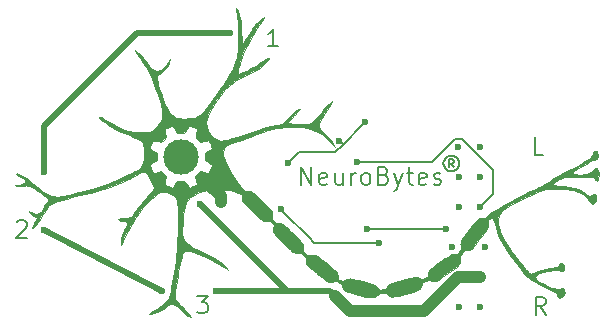
<source format=gbr>
G04 #@! TF.FileFunction,Copper,L1,Top,Signal*
%FSLAX46Y46*%
G04 Gerber Fmt 4.6, Leading zero omitted, Abs format (unit mm)*
G04 Created by KiCad (PCBNEW 4.0.7-e2-6376~58~ubuntu14.04.1) date Wed May 23 15:12:27 2018*
%MOMM*%
%LPD*%
G01*
G04 APERTURE LIST*
%ADD10C,0.100000*%
%ADD11C,0.140000*%
%ADD12C,0.210000*%
%ADD13C,0.010000*%
%ADD14C,3.000000*%
%ADD15C,0.600000*%
%ADD16C,0.500000*%
%ADD17C,1.000000*%
%ADD18C,0.200000*%
G04 APERTURE END LIST*
D10*
D11*
X200138095Y-58909524D02*
X199900000Y-58623810D01*
X199709524Y-58909524D02*
X199709524Y-58242857D01*
X199995238Y-58242857D01*
X200090476Y-58290476D01*
X200138095Y-58385714D01*
X200138095Y-58480952D01*
X200090476Y-58576190D01*
X199995238Y-58623810D01*
X199709524Y-58623810D01*
X199900000Y-57909524D02*
X199661905Y-57957143D01*
X199423809Y-58100000D01*
X199280952Y-58338095D01*
X199233333Y-58576190D01*
X199280952Y-58814286D01*
X199423809Y-59052381D01*
X199661905Y-59195238D01*
X199900000Y-59242857D01*
X200138095Y-59195238D01*
X200376190Y-59052381D01*
X200519047Y-58814286D01*
X200566667Y-58576190D01*
X200519047Y-58338095D01*
X200376190Y-58100000D01*
X200138095Y-57957143D01*
X199900000Y-57909524D01*
D12*
X207904286Y-71368571D02*
X207404286Y-70654286D01*
X207047143Y-71368571D02*
X207047143Y-69868571D01*
X207618571Y-69868571D01*
X207761429Y-69940000D01*
X207832857Y-70011429D01*
X207904286Y-70154286D01*
X207904286Y-70368571D01*
X207832857Y-70511429D01*
X207761429Y-70582857D01*
X207618571Y-70654286D01*
X207047143Y-70654286D01*
X207704286Y-57868571D02*
X206990000Y-57868571D01*
X206990000Y-56368571D01*
X178340001Y-69768571D02*
X179268572Y-69768571D01*
X178768572Y-70340000D01*
X178982858Y-70340000D01*
X179125715Y-70411429D01*
X179197144Y-70482857D01*
X179268572Y-70625714D01*
X179268572Y-70982857D01*
X179197144Y-71125714D01*
X179125715Y-71197143D01*
X178982858Y-71268571D01*
X178554286Y-71268571D01*
X178411429Y-71197143D01*
X178340001Y-71125714D01*
X163111429Y-63511429D02*
X163182858Y-63440000D01*
X163325715Y-63368571D01*
X163682858Y-63368571D01*
X163825715Y-63440000D01*
X163897144Y-63511429D01*
X163968572Y-63654286D01*
X163968572Y-63797143D01*
X163897144Y-64011429D01*
X163040001Y-64868571D01*
X163968572Y-64868571D01*
X185268572Y-48668571D02*
X184411429Y-48668571D01*
X184840001Y-48668571D02*
X184840001Y-47168571D01*
X184697144Y-47382857D01*
X184554286Y-47525714D01*
X184411429Y-47597143D01*
X187207143Y-60378571D02*
X187207143Y-58878571D01*
X188064286Y-60378571D01*
X188064286Y-58878571D01*
X189350000Y-60307143D02*
X189207143Y-60378571D01*
X188921429Y-60378571D01*
X188778572Y-60307143D01*
X188707143Y-60164286D01*
X188707143Y-59592857D01*
X188778572Y-59450000D01*
X188921429Y-59378571D01*
X189207143Y-59378571D01*
X189350000Y-59450000D01*
X189421429Y-59592857D01*
X189421429Y-59735714D01*
X188707143Y-59878571D01*
X190707143Y-59378571D02*
X190707143Y-60378571D01*
X190064286Y-59378571D02*
X190064286Y-60164286D01*
X190135714Y-60307143D01*
X190278572Y-60378571D01*
X190492857Y-60378571D01*
X190635714Y-60307143D01*
X190707143Y-60235714D01*
X191421429Y-60378571D02*
X191421429Y-59378571D01*
X191421429Y-59664286D02*
X191492857Y-59521429D01*
X191564286Y-59450000D01*
X191707143Y-59378571D01*
X191850000Y-59378571D01*
X192564286Y-60378571D02*
X192421428Y-60307143D01*
X192350000Y-60235714D01*
X192278571Y-60092857D01*
X192278571Y-59664286D01*
X192350000Y-59521429D01*
X192421428Y-59450000D01*
X192564286Y-59378571D01*
X192778571Y-59378571D01*
X192921428Y-59450000D01*
X192992857Y-59521429D01*
X193064286Y-59664286D01*
X193064286Y-60092857D01*
X192992857Y-60235714D01*
X192921428Y-60307143D01*
X192778571Y-60378571D01*
X192564286Y-60378571D01*
X194207143Y-59592857D02*
X194421429Y-59664286D01*
X194492857Y-59735714D01*
X194564286Y-59878571D01*
X194564286Y-60092857D01*
X194492857Y-60235714D01*
X194421429Y-60307143D01*
X194278571Y-60378571D01*
X193707143Y-60378571D01*
X193707143Y-58878571D01*
X194207143Y-58878571D01*
X194350000Y-58950000D01*
X194421429Y-59021429D01*
X194492857Y-59164286D01*
X194492857Y-59307143D01*
X194421429Y-59450000D01*
X194350000Y-59521429D01*
X194207143Y-59592857D01*
X193707143Y-59592857D01*
X195064286Y-59378571D02*
X195421429Y-60378571D01*
X195778571Y-59378571D02*
X195421429Y-60378571D01*
X195278571Y-60735714D01*
X195207143Y-60807143D01*
X195064286Y-60878571D01*
X196135714Y-59378571D02*
X196707143Y-59378571D01*
X196350000Y-58878571D02*
X196350000Y-60164286D01*
X196421428Y-60307143D01*
X196564286Y-60378571D01*
X196707143Y-60378571D01*
X197778571Y-60307143D02*
X197635714Y-60378571D01*
X197350000Y-60378571D01*
X197207143Y-60307143D01*
X197135714Y-60164286D01*
X197135714Y-59592857D01*
X197207143Y-59450000D01*
X197350000Y-59378571D01*
X197635714Y-59378571D01*
X197778571Y-59450000D01*
X197850000Y-59592857D01*
X197850000Y-59735714D01*
X197135714Y-59878571D01*
X198421428Y-60307143D02*
X198564285Y-60378571D01*
X198850000Y-60378571D01*
X198992857Y-60307143D01*
X199064285Y-60164286D01*
X199064285Y-60092857D01*
X198992857Y-59950000D01*
X198850000Y-59878571D01*
X198635714Y-59878571D01*
X198492857Y-59807143D01*
X198421428Y-59664286D01*
X198421428Y-59592857D01*
X198492857Y-59450000D01*
X198635714Y-59378571D01*
X198850000Y-59378571D01*
X198992857Y-59450000D01*
D13*
G36*
X181707817Y-45411841D02*
X181753029Y-45499650D01*
X181824656Y-45658021D01*
X181826177Y-45661432D01*
X181955350Y-45978094D01*
X182043993Y-46270391D01*
X182098477Y-46571213D01*
X182125171Y-46913452D01*
X182130800Y-47234421D01*
X182135265Y-47630453D01*
X182148157Y-47960989D01*
X182168722Y-48218076D01*
X182196204Y-48393759D01*
X182229848Y-48480086D01*
X182249678Y-48486973D01*
X182291134Y-48438423D01*
X182371028Y-48315884D01*
X182479867Y-48134949D01*
X182608160Y-47911213D01*
X182691332Y-47761443D01*
X182843243Y-47494775D01*
X182999101Y-47238685D01*
X183144057Y-47016440D01*
X183263259Y-46851304D01*
X183302096Y-46804547D01*
X183426289Y-46680891D01*
X183584407Y-46544552D01*
X183753471Y-46412805D01*
X183910502Y-46302927D01*
X184032521Y-46232193D01*
X184086011Y-46215200D01*
X184070397Y-46250737D01*
X184002390Y-46344994D01*
X183895587Y-46479433D01*
X183865481Y-46515872D01*
X183624303Y-46833665D01*
X183363522Y-47225924D01*
X183095187Y-47670569D01*
X182831348Y-48145522D01*
X182584055Y-48628704D01*
X182365356Y-49098037D01*
X182187301Y-49531442D01*
X182124862Y-49705292D01*
X181986486Y-50128393D01*
X181887235Y-50468170D01*
X181827688Y-50722197D01*
X181808421Y-50888048D01*
X181826100Y-50960020D01*
X181914324Y-50978893D01*
X182078492Y-50941334D01*
X182312220Y-50850447D01*
X182609123Y-50709338D01*
X182962818Y-50521110D01*
X183366920Y-50288868D01*
X183815045Y-50015716D01*
X183973570Y-49915811D01*
X184196469Y-49775576D01*
X184345709Y-49686335D01*
X184432504Y-49643234D01*
X184468069Y-49641416D01*
X184463619Y-49676029D01*
X184447169Y-49710789D01*
X184300634Y-49919295D01*
X184071835Y-50148426D01*
X183775118Y-50387349D01*
X183424827Y-50625232D01*
X183035305Y-50851244D01*
X182740400Y-50999696D01*
X182501179Y-51112659D01*
X182251184Y-51230875D01*
X182035888Y-51332838D01*
X181991510Y-51353888D01*
X181595607Y-51585939D01*
X181189507Y-51906994D01*
X180782528Y-52306348D01*
X180383987Y-52773296D01*
X180003203Y-53297133D01*
X179649493Y-53867154D01*
X179403081Y-54327542D01*
X179293352Y-54554757D01*
X179224064Y-54725007D01*
X179186019Y-54869971D01*
X179170016Y-55021330D01*
X179167059Y-55140342D01*
X179211217Y-55512996D01*
X179341818Y-55859919D01*
X179546991Y-56165546D01*
X179814861Y-56414314D01*
X180133557Y-56590656D01*
X180318036Y-56649196D01*
X180448264Y-56651235D01*
X180665133Y-56618307D01*
X180960752Y-56552674D01*
X181327229Y-56456599D01*
X181756673Y-56332344D01*
X182241191Y-56182172D01*
X182772891Y-56008346D01*
X183343884Y-55813127D01*
X183808522Y-55648516D01*
X184240581Y-55508855D01*
X184690777Y-55390500D01*
X185051242Y-55316981D01*
X185657639Y-55214229D01*
X186156131Y-54680447D01*
X186434664Y-54391423D01*
X186660589Y-54178504D01*
X186841269Y-54035781D01*
X186984064Y-53957344D01*
X187082649Y-53936800D01*
X187086604Y-53970695D01*
X187018382Y-54070267D01*
X186880522Y-54232345D01*
X186675564Y-54453759D01*
X186632153Y-54499241D01*
X186445305Y-54698437D01*
X186286565Y-54875683D01*
X186168204Y-55016639D01*
X186102491Y-55106965D01*
X186093200Y-55129126D01*
X186140752Y-55160067D01*
X186270433Y-55188474D01*
X186462782Y-55213088D01*
X186698334Y-55232645D01*
X186957628Y-55245884D01*
X187221200Y-55251544D01*
X187469588Y-55248363D01*
X187683330Y-55235080D01*
X187700484Y-55233316D01*
X187882258Y-55209325D01*
X188011254Y-55172644D01*
X188124506Y-55105366D01*
X188259047Y-54989585D01*
X188317084Y-54935173D01*
X188468581Y-54779395D01*
X188651117Y-54572987D01*
X188836850Y-54348114D01*
X188939383Y-54216200D01*
X189244697Y-53835367D01*
X189523410Y-53538290D01*
X189771816Y-53324458D01*
X189836966Y-53279516D01*
X189840489Y-53301278D01*
X189801896Y-53378000D01*
X189747714Y-53469402D01*
X189650522Y-53623093D01*
X189524317Y-53817262D01*
X189389622Y-54020365D01*
X189155711Y-54381155D01*
X188963040Y-54702072D01*
X188816809Y-54973388D01*
X188722217Y-55185376D01*
X188684464Y-55328310D01*
X188684000Y-55340541D01*
X188722837Y-55529439D01*
X188843978Y-55720934D01*
X189054366Y-55924986D01*
X189138196Y-55991888D01*
X189494800Y-56309632D01*
X189771092Y-56658227D01*
X189927977Y-56934000D01*
X190066359Y-57213400D01*
X189565679Y-56719157D01*
X189304575Y-56464704D01*
X189095668Y-56270794D01*
X188921588Y-56123925D01*
X188764964Y-56010595D01*
X188608425Y-55917300D01*
X188434602Y-55830539D01*
X188404600Y-55816626D01*
X187926480Y-55644628D01*
X187371724Y-55532081D01*
X186746628Y-55479743D01*
X186057487Y-55488371D01*
X185813676Y-55505003D01*
X185445040Y-55542838D01*
X185093062Y-55597317D01*
X184737968Y-55673536D01*
X184359983Y-55776591D01*
X183939333Y-55911580D01*
X183456242Y-56083599D01*
X183206613Y-56176943D01*
X182861324Y-56306916D01*
X182497550Y-56442718D01*
X182145129Y-56573286D01*
X181833899Y-56687556D01*
X181634452Y-56759865D01*
X181327312Y-56872695D01*
X181101374Y-56963636D01*
X180941079Y-57041772D01*
X180830866Y-57116192D01*
X180755177Y-57195981D01*
X180698452Y-57290227D01*
X180687376Y-57312952D01*
X180611459Y-57589527D01*
X180619599Y-57918686D01*
X180710606Y-58297732D01*
X180883290Y-58723970D01*
X181136463Y-59194702D01*
X181468936Y-59707235D01*
X181879519Y-60258870D01*
X182115443Y-60550576D01*
X182264173Y-60728017D01*
X182368802Y-60841268D01*
X182449960Y-60904446D01*
X182528279Y-60931670D01*
X182624388Y-60937058D01*
X182678844Y-60936122D01*
X182861055Y-60950288D01*
X183028144Y-60992052D01*
X183070600Y-61010611D01*
X183151791Y-61070348D01*
X183290197Y-61190937D01*
X183472572Y-61360035D01*
X183685667Y-61565300D01*
X183916236Y-61794387D01*
X183968105Y-61846874D01*
X184245416Y-62131909D01*
X184455760Y-62358904D01*
X184606126Y-62539485D01*
X184703501Y-62685278D01*
X184754872Y-62807907D01*
X184767227Y-62919000D01*
X184747554Y-63030182D01*
X184722923Y-63102719D01*
X184697056Y-63192727D01*
X184709884Y-63267203D01*
X184774041Y-63356360D01*
X184872460Y-63460231D01*
X185001143Y-63581569D01*
X185099351Y-63640550D01*
X185200614Y-63653721D01*
X185255369Y-63649198D01*
X185374427Y-63640830D01*
X185482614Y-63651059D01*
X185591864Y-63687892D01*
X185714107Y-63759335D01*
X185861276Y-63873395D01*
X186045303Y-64038078D01*
X186278118Y-64261390D01*
X186513055Y-64493130D01*
X186802215Y-64783084D01*
X187024243Y-65014929D01*
X187186404Y-65199751D01*
X187295964Y-65348634D01*
X187360185Y-65472665D01*
X187386334Y-65582927D01*
X187381674Y-65690506D01*
X187359774Y-65785143D01*
X187339442Y-65889129D01*
X187359976Y-65972611D01*
X187435264Y-66070868D01*
X187498338Y-66137134D01*
X187604289Y-66240612D01*
X187688905Y-66294568D01*
X187789806Y-66311093D01*
X187944609Y-66302280D01*
X187997094Y-66297445D01*
X188235947Y-66290152D01*
X188399641Y-66318016D01*
X188425059Y-66329355D01*
X188531018Y-66397135D01*
X188692348Y-66513950D01*
X188894263Y-66667776D01*
X189121979Y-66846585D01*
X189360710Y-67038352D01*
X189595670Y-67231051D01*
X189812075Y-67412655D01*
X189995138Y-67571139D01*
X190130075Y-67694477D01*
X190202100Y-67770642D01*
X190207768Y-67779366D01*
X190254255Y-67916631D01*
X190279702Y-68088642D01*
X190281054Y-68123534D01*
X190291854Y-68260731D01*
X190336049Y-68346748D01*
X190439124Y-68421431D01*
X190489970Y-68450141D01*
X190695741Y-68563637D01*
X190943080Y-68438418D01*
X191102488Y-68367317D01*
X191240336Y-68322101D01*
X191296109Y-68313525D01*
X191398833Y-68326981D01*
X191577758Y-68363638D01*
X191813917Y-68418463D01*
X192088340Y-68486425D01*
X192382060Y-68562493D01*
X192676108Y-68641636D01*
X192951515Y-68718823D01*
X193189314Y-68789021D01*
X193370535Y-68847201D01*
X193476211Y-68888330D01*
X193487895Y-68894887D01*
X193610791Y-69004865D01*
X193705363Y-69131685D01*
X193759332Y-69216456D01*
X193818671Y-69256865D01*
X193915900Y-69263317D01*
X194068800Y-69247967D01*
X194221441Y-69228854D01*
X194322925Y-69214160D01*
X194348200Y-69208539D01*
X194379130Y-69127865D01*
X194454770Y-69009898D01*
X194549393Y-68890563D01*
X194635840Y-68806846D01*
X194738994Y-68755046D01*
X194921775Y-68687472D01*
X195164421Y-68609434D01*
X195447172Y-68526242D01*
X195750266Y-68443205D01*
X196053942Y-68365634D01*
X196338438Y-68298838D01*
X196583994Y-68248128D01*
X196770847Y-68218812D01*
X196843249Y-68213713D01*
X197056753Y-68231882D01*
X197209009Y-68296221D01*
X197233427Y-68314116D01*
X197363756Y-68416633D01*
X197646678Y-68291512D01*
X197804845Y-68216361D01*
X197889977Y-68154905D01*
X197924139Y-68085084D01*
X197929600Y-68008672D01*
X197938091Y-67883120D01*
X197969708Y-67767886D01*
X198033662Y-67653363D01*
X198139166Y-67529942D01*
X198295430Y-67388017D01*
X198511666Y-67217979D01*
X198797088Y-67010220D01*
X199072600Y-66816548D01*
X199367798Y-66612335D01*
X199594709Y-66460545D01*
X199767461Y-66354180D01*
X199900178Y-66286245D01*
X200006990Y-66249743D01*
X200102021Y-66237677D01*
X200199399Y-66243053D01*
X200224387Y-66246121D01*
X200325955Y-66254372D01*
X200398307Y-66234899D01*
X200465541Y-66170010D01*
X200551749Y-66042016D01*
X200593095Y-65975422D01*
X200690379Y-65808739D01*
X200737102Y-65696121D01*
X200741879Y-65609041D01*
X200723383Y-65544030D01*
X200695873Y-65456016D01*
X200686211Y-65368230D01*
X200699652Y-65271409D01*
X200741453Y-65156284D01*
X200816871Y-65013592D01*
X200931163Y-64834066D01*
X201089585Y-64608440D01*
X201297393Y-64327448D01*
X201559845Y-63981826D01*
X201750876Y-63732886D01*
X201975491Y-63468954D01*
X202176457Y-63295684D01*
X202362406Y-63207402D01*
X202541972Y-63198435D01*
X202559338Y-63201567D01*
X202649832Y-63206447D01*
X202745344Y-63174883D01*
X202870124Y-63095214D01*
X203016215Y-62981846D01*
X203388928Y-62704078D01*
X203838739Y-62406637D01*
X204346119Y-62101240D01*
X204891537Y-61799603D01*
X205455462Y-61513443D01*
X205498800Y-61492527D01*
X206009948Y-61246256D01*
X206440573Y-61037380D01*
X206802038Y-60859950D01*
X207105707Y-60708014D01*
X207362946Y-60575622D01*
X207585120Y-60456822D01*
X207783592Y-60345665D01*
X207969728Y-60236198D01*
X208154892Y-60122471D01*
X208343600Y-60002920D01*
X208632710Y-59825173D01*
X208979289Y-59623549D01*
X209348879Y-59417442D01*
X209707026Y-59226246D01*
X209885543Y-59135022D01*
X210437555Y-58851777D01*
X210896811Y-58601177D01*
X211266108Y-58381332D01*
X211548239Y-58190350D01*
X211746000Y-58026344D01*
X211862186Y-57887422D01*
X211899600Y-57773146D01*
X211935310Y-57658202D01*
X212019576Y-57551890D01*
X212118099Y-57494757D01*
X212136745Y-57492800D01*
X212204238Y-57538240D01*
X212257670Y-57653974D01*
X212292271Y-57809120D01*
X212303271Y-57972797D01*
X212285900Y-58114124D01*
X212245040Y-58193839D01*
X212151757Y-58239094D01*
X212039317Y-58254800D01*
X211931962Y-58265599D01*
X211813122Y-58304031D01*
X211664049Y-58379139D01*
X211465996Y-58499972D01*
X211284652Y-58618957D01*
X211071385Y-58754682D01*
X210820742Y-58904659D01*
X210585910Y-59037088D01*
X210579485Y-59040554D01*
X210358266Y-59170190D01*
X210229388Y-59273671D01*
X210188841Y-59357081D01*
X210232618Y-59426503D01*
X210299809Y-59464943D01*
X210444322Y-59501452D01*
X210657745Y-59520091D01*
X210908958Y-59520780D01*
X211166841Y-59503444D01*
X211400274Y-59468004D01*
X211401799Y-59467681D01*
X211589614Y-59412256D01*
X211737676Y-59322146D01*
X211876256Y-59188281D01*
X211994532Y-59069272D01*
X212090739Y-58988606D01*
X212135083Y-58966000D01*
X212205482Y-59000372D01*
X212285243Y-59072730D01*
X212346911Y-59196987D01*
X212381331Y-59379953D01*
X212388313Y-59586297D01*
X212367662Y-59780686D01*
X212319189Y-59927791D01*
X212290103Y-59967355D01*
X212223597Y-60022699D01*
X212170258Y-60015392D01*
X212093444Y-59937854D01*
X212081567Y-59924228D01*
X211973102Y-59817755D01*
X211871713Y-59745378D01*
X211868864Y-59743976D01*
X211791651Y-59730880D01*
X211628836Y-59719892D01*
X211396400Y-59711512D01*
X211110327Y-59706239D01*
X210786602Y-59704574D01*
X210628902Y-59705161D01*
X210224403Y-59709010D01*
X209904869Y-59716909D01*
X209653666Y-59732247D01*
X209454159Y-59758412D01*
X209289717Y-59798793D01*
X209143704Y-59856779D01*
X208999487Y-59935759D01*
X208840433Y-60039122D01*
X208777093Y-60082434D01*
X208625044Y-60202082D01*
X208554990Y-60298766D01*
X208570429Y-60375157D01*
X208674858Y-60433922D01*
X208871771Y-60477730D01*
X209164667Y-60509249D01*
X209352357Y-60521464D01*
X209858126Y-60566329D01*
X210284580Y-60644105D01*
X210650395Y-60760880D01*
X210974252Y-60922738D01*
X211274828Y-61135765D01*
X211299113Y-61155771D01*
X211434653Y-61260968D01*
X211544566Y-61332718D01*
X211596071Y-61353600D01*
X211674510Y-61326121D01*
X211787983Y-61258927D01*
X211802823Y-61248565D01*
X211958858Y-61176024D01*
X212082762Y-61191147D01*
X212164635Y-61282458D01*
X212194579Y-61438484D01*
X212162694Y-61647749D01*
X212158773Y-61661164D01*
X212078755Y-61835325D01*
X211970922Y-61946373D01*
X211853144Y-61979487D01*
X211795938Y-61962096D01*
X211712636Y-61888395D01*
X211621888Y-61768246D01*
X211608236Y-61745964D01*
X211497765Y-61608916D01*
X211321384Y-61445300D01*
X211103892Y-61274309D01*
X210870090Y-61115136D01*
X210644780Y-60986974D01*
X210598982Y-60964924D01*
X210431207Y-60899869D01*
X210228502Y-60846651D01*
X209977563Y-60803427D01*
X209665085Y-60768349D01*
X209277762Y-60739573D01*
X208802290Y-60715251D01*
X208797864Y-60715059D01*
X208557669Y-60705208D01*
X208352734Y-60700845D01*
X208170745Y-60705793D01*
X207999390Y-60723871D01*
X207826357Y-60758901D01*
X207639333Y-60814705D01*
X207426005Y-60895102D01*
X207174061Y-61003915D01*
X206871188Y-61144964D01*
X206505074Y-61322070D01*
X206063406Y-61539054D01*
X205928442Y-61605546D01*
X205464171Y-61836284D01*
X205083152Y-62031436D01*
X204776222Y-62197625D01*
X204534219Y-62341477D01*
X204347978Y-62469617D01*
X204208337Y-62588671D01*
X204106133Y-62705264D01*
X204032201Y-62826020D01*
X203977380Y-62957565D01*
X203952957Y-63033867D01*
X203896922Y-63259920D01*
X203878499Y-63460827D01*
X203897536Y-63677270D01*
X203949629Y-63931991D01*
X204069193Y-64336527D01*
X204241686Y-64748523D01*
X204474879Y-65183141D01*
X204776545Y-65655544D01*
X204984624Y-65951000D01*
X205185887Y-66223158D01*
X205408472Y-66514907D01*
X205639620Y-66810392D01*
X205866571Y-67093758D01*
X206076565Y-67349150D01*
X206256842Y-67560713D01*
X206394644Y-67712593D01*
X206434522Y-67752612D01*
X206618354Y-67928624D01*
X207265077Y-67715041D01*
X207565231Y-67623315D01*
X207889192Y-67536413D01*
X208195687Y-67464792D01*
X208419800Y-67422459D01*
X208694950Y-67372420D01*
X208882142Y-67318526D01*
X208994976Y-67254117D01*
X209047055Y-67172531D01*
X209054800Y-67111477D01*
X209094740Y-67037369D01*
X209149382Y-66996155D01*
X209268258Y-66978004D01*
X209366573Y-67050637D01*
X209432552Y-67203620D01*
X209443159Y-67256508D01*
X209456003Y-67479289D01*
X209416750Y-67635133D01*
X209332081Y-67715466D01*
X209208677Y-67711709D01*
X209122612Y-67668033D01*
X209023040Y-67621211D01*
X208893791Y-67599234D01*
X208718639Y-67602645D01*
X208481361Y-67631986D01*
X208165732Y-67687802D01*
X208089628Y-67702612D01*
X207672696Y-67795398D01*
X207355277Y-67890939D01*
X207135290Y-67991011D01*
X207010654Y-68097390D01*
X206979285Y-68211853D01*
X207039103Y-68336177D01*
X207187900Y-68472043D01*
X207372527Y-68590795D01*
X207623324Y-68728300D01*
X207910408Y-68870186D01*
X208203899Y-69002082D01*
X208473917Y-69109616D01*
X208608523Y-69155322D01*
X208785852Y-69204350D01*
X208912580Y-69218290D01*
X209032792Y-69198895D01*
X209110284Y-69175253D01*
X209245356Y-69135661D01*
X209324217Y-69137260D01*
X209386000Y-69186141D01*
X209416861Y-69222964D01*
X209490203Y-69336560D01*
X209505439Y-69448177D01*
X209464610Y-69595946D01*
X209440100Y-69656942D01*
X209323182Y-69834606D01*
X209155223Y-69925070D01*
X209033707Y-69938800D01*
X208930093Y-69913438D01*
X208879108Y-69819097D01*
X208874452Y-69799100D01*
X208834726Y-69645103D01*
X208780058Y-69533509D01*
X208690702Y-69445259D01*
X208546911Y-69361293D01*
X208328942Y-69262553D01*
X208310269Y-69254542D01*
X207845486Y-69046655D01*
X207415816Y-68837244D01*
X207038489Y-68635341D01*
X206730736Y-68449973D01*
X206590706Y-68353445D01*
X206430199Y-68226614D01*
X206268369Y-68079373D01*
X206096374Y-67901490D01*
X205905376Y-67682728D01*
X205686534Y-67412854D01*
X205431008Y-67081633D01*
X205129958Y-66678831D01*
X205046178Y-66565245D01*
X204614133Y-65950354D01*
X204262426Y-65387782D01*
X203987995Y-64871822D01*
X203787778Y-64396767D01*
X203667494Y-63995200D01*
X203591575Y-63676164D01*
X203531582Y-63445583D01*
X203479750Y-63293112D01*
X203428315Y-63208407D01*
X203369511Y-63181122D01*
X203295574Y-63200914D01*
X203198739Y-63257437D01*
X203141674Y-63294690D01*
X203044278Y-63364392D01*
X202996238Y-63431151D01*
X202984512Y-63530064D01*
X202995361Y-63688390D01*
X203004227Y-63842321D01*
X202990350Y-63958128D01*
X202942348Y-64072445D01*
X202848841Y-64221907D01*
X202813257Y-64274600D01*
X202653466Y-64502669D01*
X202469895Y-64753210D01*
X202274921Y-65010538D01*
X202080923Y-65258974D01*
X201900282Y-65482834D01*
X201745376Y-65666437D01*
X201628583Y-65794102D01*
X201576129Y-65841791D01*
X201403658Y-65919793D01*
X201195129Y-65938009D01*
X201053127Y-65940235D01*
X200961111Y-65967968D01*
X200883519Y-66041753D01*
X200792530Y-66170606D01*
X200699807Y-66321087D01*
X200656804Y-66443376D01*
X200650782Y-66587597D01*
X200658825Y-66696738D01*
X200667138Y-66883598D01*
X200645960Y-67011574D01*
X200588129Y-67120901D01*
X200581688Y-67130070D01*
X200500347Y-67214119D01*
X200350380Y-67341727D01*
X200148307Y-67501020D01*
X199910648Y-67680126D01*
X199653922Y-67867171D01*
X199394651Y-68050282D01*
X199149353Y-68217585D01*
X198934548Y-68357207D01*
X198766758Y-68457274D01*
X198671299Y-68503120D01*
X198532267Y-68541421D01*
X198412832Y-68539498D01*
X198260286Y-68495523D01*
X198239499Y-68488139D01*
X198107177Y-68444396D01*
X198008912Y-68431900D01*
X197905543Y-68454051D01*
X197757909Y-68514247D01*
X197713700Y-68533775D01*
X197552038Y-68610578D01*
X197463919Y-68672597D01*
X197427716Y-68740618D01*
X197421600Y-68814506D01*
X197384478Y-68967910D01*
X197290989Y-69121026D01*
X197241972Y-69174510D01*
X197184902Y-69221528D01*
X197108043Y-69266283D01*
X196999657Y-69312978D01*
X196848009Y-69365815D01*
X196641361Y-69428998D01*
X196367976Y-69506730D01*
X196016118Y-69603214D01*
X195723367Y-69682401D01*
X195370543Y-69772551D01*
X195098287Y-69827953D01*
X194891560Y-69848226D01*
X194735319Y-69832991D01*
X194614524Y-69781869D01*
X194514134Y-69694480D01*
X194477643Y-69650967D01*
X194411623Y-69577539D01*
X194341181Y-69541803D01*
X194233641Y-69535680D01*
X194068497Y-69549815D01*
X193879982Y-69577987D01*
X193754562Y-69624682D01*
X193653757Y-69706200D01*
X193624277Y-69737960D01*
X193535201Y-69824119D01*
X193436758Y-69883610D01*
X193315616Y-69916199D01*
X193158445Y-69921653D01*
X192951914Y-69899740D01*
X192682692Y-69850225D01*
X192337448Y-69772876D01*
X192079821Y-69710948D01*
X191768817Y-69633164D01*
X191483858Y-69558401D01*
X191242722Y-69491600D01*
X191063187Y-69437702D01*
X190963032Y-69401646D01*
X190958159Y-69399260D01*
X190812138Y-69275523D01*
X190705290Y-69096508D01*
X190665079Y-68912622D01*
X190620361Y-68815443D01*
X190506866Y-68714080D01*
X190355298Y-68624974D01*
X190196366Y-68564564D01*
X190060775Y-68549288D01*
X190012333Y-68563168D01*
X189853775Y-68608037D01*
X189656994Y-68613331D01*
X189477184Y-68579427D01*
X189429960Y-68559165D01*
X189356815Y-68511003D01*
X189217526Y-68410988D01*
X189026203Y-68269572D01*
X188796960Y-68097203D01*
X188543907Y-67904331D01*
X188497832Y-67868945D01*
X188193347Y-67632266D01*
X187961782Y-67443723D01*
X187793749Y-67291889D01*
X187679857Y-67165340D01*
X187610716Y-67052650D01*
X187576936Y-66942394D01*
X187569128Y-66823145D01*
X187572931Y-66743539D01*
X187572602Y-66612363D01*
X187537349Y-66509376D01*
X187449991Y-66396405D01*
X187386654Y-66329624D01*
X187266480Y-66212597D01*
X187176462Y-66155149D01*
X187078121Y-66141949D01*
X186949388Y-66155409D01*
X186736939Y-66161961D01*
X186559779Y-66109348D01*
X186542988Y-66101065D01*
X186449068Y-66035331D01*
X186300374Y-65910329D01*
X186111524Y-65740323D01*
X185897133Y-65539577D01*
X185671817Y-65322355D01*
X185450193Y-65102921D01*
X185246877Y-64895539D01*
X185076485Y-64714472D01*
X184953632Y-64573986D01*
X184895255Y-64493022D01*
X184844389Y-64336221D01*
X184825745Y-64149423D01*
X184841044Y-63978791D01*
X184872911Y-63893621D01*
X184881898Y-63826674D01*
X184827728Y-63732338D01*
X184716756Y-63609264D01*
X184594066Y-63491128D01*
X184500444Y-63432144D01*
X184396780Y-63416135D01*
X184269835Y-63424398D01*
X184014440Y-63415887D01*
X183879112Y-63369324D01*
X183799281Y-63310304D01*
X183661716Y-63190673D01*
X183479558Y-63022617D01*
X183265945Y-62818322D01*
X183034020Y-62589974D01*
X182975620Y-62531464D01*
X182220240Y-61771989D01*
X182156200Y-61176185D01*
X181856606Y-61057397D01*
X181520569Y-60939922D01*
X181183380Y-60857848D01*
X180817781Y-60806860D01*
X180396513Y-60782642D01*
X180098800Y-60779174D01*
X179629560Y-60792089D01*
X179233168Y-60832977D01*
X178883434Y-60907139D01*
X178554168Y-61019874D01*
X178273906Y-61148428D01*
X178012102Y-61296805D01*
X177795760Y-61460590D01*
X177619884Y-61651177D01*
X177479479Y-61879964D01*
X177369550Y-62158347D01*
X177285101Y-62497721D01*
X177221138Y-62909484D01*
X177172665Y-63405031D01*
X177151290Y-63709611D01*
X177129863Y-64085175D01*
X177121746Y-64377018D01*
X177131065Y-64602600D01*
X177161946Y-64779384D01*
X177218516Y-64924832D01*
X177304902Y-65056406D01*
X177425230Y-65191568D01*
X177525000Y-65290982D01*
X177642439Y-65399979D01*
X177763747Y-65498070D01*
X177904382Y-65594622D01*
X178079806Y-65698998D01*
X178305480Y-65820565D01*
X178596862Y-65968687D01*
X178854200Y-66096138D01*
X179312269Y-66325302D01*
X179689287Y-66523199D01*
X179997943Y-66697755D01*
X180250921Y-66856895D01*
X180460909Y-67008544D01*
X180640593Y-67160628D01*
X180784600Y-67302031D01*
X181038600Y-67567785D01*
X180835400Y-67450168D01*
X180699734Y-67371448D01*
X180508816Y-67260424D01*
X180295142Y-67136001D01*
X180200400Y-67080777D01*
X179733829Y-66819403D01*
X179277367Y-66583936D01*
X178843319Y-66379553D01*
X178443991Y-66211431D01*
X178091689Y-66084748D01*
X177798719Y-66004679D01*
X177577386Y-65976403D01*
X177575310Y-65976400D01*
X177421164Y-65987279D01*
X177305768Y-66029906D01*
X177217457Y-66119260D01*
X177144567Y-66270324D01*
X177075432Y-66498078D01*
X177031648Y-66674631D01*
X176960198Y-66991713D01*
X176884966Y-67353986D01*
X176808847Y-67744588D01*
X176734733Y-68146661D01*
X176665518Y-68543344D01*
X176604094Y-68917779D01*
X176553355Y-69253104D01*
X176516193Y-69532460D01*
X176495503Y-69738988D01*
X176492189Y-69818319D01*
X176504030Y-69920633D01*
X176544755Y-70030894D01*
X176622573Y-70160236D01*
X176745687Y-70319792D01*
X176922305Y-70520697D01*
X177160633Y-70774085D01*
X177311933Y-70930550D01*
X177542547Y-71170765D01*
X177704571Y-71347702D01*
X177803260Y-71467861D01*
X177843873Y-71537743D01*
X177831666Y-71563847D01*
X177824542Y-71564400D01*
X177730858Y-71533830D01*
X177594184Y-71454541D01*
X177474461Y-71367222D01*
X177296272Y-71215297D01*
X177112728Y-71045066D01*
X177025400Y-70957623D01*
X176770936Y-70727084D01*
X176521762Y-70568168D01*
X176290493Y-70486794D01*
X176089746Y-70488878D01*
X176051556Y-70500886D01*
X175947060Y-70556683D01*
X175796899Y-70655898D01*
X175633579Y-70777053D01*
X175633561Y-70777067D01*
X175330273Y-70978958D01*
X174990519Y-71145538D01*
X174654025Y-71258816D01*
X174502200Y-71289439D01*
X174282200Y-71321790D01*
X174637800Y-71103772D01*
X174999864Y-70868153D01*
X175326959Y-70628765D01*
X175606902Y-70396182D01*
X175827513Y-70180975D01*
X175976609Y-69993719D01*
X176027165Y-69897919D01*
X176082013Y-69720391D01*
X176144602Y-69456049D01*
X176212742Y-69119190D01*
X176284242Y-68724114D01*
X176356914Y-68285120D01*
X176428567Y-67816505D01*
X176497012Y-67332569D01*
X176560059Y-66847610D01*
X176615518Y-66375927D01*
X176661201Y-65931819D01*
X176693831Y-65544600D01*
X176708933Y-65284463D01*
X176721373Y-64965282D01*
X176731142Y-64601562D01*
X176738230Y-64207806D01*
X176742630Y-63798521D01*
X176744331Y-63388210D01*
X176743325Y-62991378D01*
X176739603Y-62622531D01*
X176733156Y-62296172D01*
X176723975Y-62026807D01*
X176712051Y-61828941D01*
X176697375Y-61717077D01*
X176696200Y-61712688D01*
X176588945Y-61498351D01*
X176406088Y-61299504D01*
X176184650Y-61149893D01*
X175978101Y-61068273D01*
X175740716Y-61011161D01*
X175511451Y-60985179D01*
X175329260Y-60996947D01*
X175311437Y-61001488D01*
X175066540Y-61110682D01*
X174786763Y-61303657D01*
X174479868Y-61571978D01*
X174153619Y-61907206D01*
X173815778Y-62300907D01*
X173474108Y-62744643D01*
X173136373Y-63229977D01*
X172860566Y-63665000D01*
X172699783Y-63944472D01*
X172511671Y-64295801D01*
X172307610Y-64696909D01*
X172098985Y-65125718D01*
X172009368Y-65316000D01*
X171926497Y-65493800D01*
X171923248Y-65209652D01*
X171963825Y-64849854D01*
X172093801Y-64449016D01*
X172313889Y-64004983D01*
X172328348Y-63979741D01*
X172421638Y-63806726D01*
X172486825Y-63663899D01*
X172512930Y-63576085D01*
X172511810Y-63564915D01*
X172454110Y-63529427D01*
X172322590Y-63489658D01*
X172144291Y-63453572D01*
X172121352Y-63449917D01*
X171930001Y-63412213D01*
X171773266Y-63366682D01*
X171683200Y-63322762D01*
X171680271Y-63320042D01*
X171658554Y-63286036D01*
X171683634Y-63262173D01*
X171770223Y-63245054D01*
X171933031Y-63231275D01*
X172106594Y-63221468D01*
X172336162Y-63204279D01*
X172539512Y-63179391D01*
X172686962Y-63150880D01*
X172732800Y-63135457D01*
X172806469Y-63073372D01*
X172922793Y-62943640D01*
X173067910Y-62763045D01*
X173227961Y-62548370D01*
X173291600Y-62458799D01*
X173486961Y-62192790D01*
X173706627Y-61914289D01*
X173924729Y-61654996D01*
X174115396Y-61446607D01*
X174128843Y-61432930D01*
X174351327Y-61204774D01*
X174510013Y-61031331D01*
X174615244Y-60897846D01*
X174677363Y-60789566D01*
X174706713Y-60691737D01*
X174713665Y-60598710D01*
X174680209Y-60428018D01*
X174582722Y-60193423D01*
X174426322Y-59905462D01*
X174216753Y-59575600D01*
X174093701Y-59410703D01*
X173980534Y-59314046D01*
X173857060Y-59283757D01*
X173703087Y-59317970D01*
X173498422Y-59414814D01*
X173354058Y-59495756D01*
X172631745Y-59876832D01*
X171832848Y-60233590D01*
X170981355Y-60556120D01*
X170142000Y-60822823D01*
X169935251Y-60880544D01*
X169647485Y-60958162D01*
X169296286Y-61051075D01*
X168899236Y-61154681D01*
X168473922Y-61264379D01*
X168037926Y-61375566D01*
X167807238Y-61433850D01*
X167331706Y-61553074D01*
X166942582Y-61652103D01*
X166628312Y-61737688D01*
X166377343Y-61816582D01*
X166178122Y-61895535D01*
X166019095Y-61981301D01*
X165888708Y-62080629D01*
X165775408Y-62200274D01*
X165667643Y-62346985D01*
X165553857Y-62527516D01*
X165422499Y-62748617D01*
X165350892Y-62869327D01*
X165204034Y-63112825D01*
X165064926Y-63338431D01*
X164946714Y-63525173D01*
X164862544Y-63652078D01*
X164844745Y-63676892D01*
X164737461Y-63803432D01*
X164618444Y-63918792D01*
X164510733Y-64003463D01*
X164437366Y-64037937D01*
X164423279Y-64033813D01*
X164435905Y-63982162D01*
X164490542Y-63866092D01*
X164576376Y-63707970D01*
X164603754Y-63660527D01*
X164700692Y-63483485D01*
X164772726Y-63330668D01*
X164806862Y-63230200D01*
X164808000Y-63218490D01*
X164761046Y-63134903D01*
X164617616Y-63048072D01*
X164563213Y-63024240D01*
X164367377Y-62914812D01*
X164236931Y-62783992D01*
X164230141Y-62773056D01*
X164176273Y-62672538D01*
X164178076Y-62632665D01*
X164246599Y-62649723D01*
X164390923Y-62719000D01*
X164650993Y-62828592D01*
X164855777Y-62860297D01*
X165017906Y-62811795D01*
X165150010Y-62680764D01*
X165217297Y-62567120D01*
X165299517Y-62420979D01*
X165416085Y-62231964D01*
X165542381Y-62039937D01*
X165547663Y-62032208D01*
X165654647Y-61868294D01*
X165734174Y-61731880D01*
X165771921Y-61647917D01*
X165773200Y-61639293D01*
X165749608Y-61575263D01*
X165673818Y-61486976D01*
X165538311Y-61368148D01*
X165335565Y-61212497D01*
X165058060Y-61013741D01*
X164859263Y-60875805D01*
X164595267Y-60696551D01*
X164392754Y-60569889D01*
X164230470Y-60489444D01*
X164087160Y-60448840D01*
X163941572Y-60441703D01*
X163772450Y-60461657D01*
X163591857Y-60495648D01*
X163392986Y-60525168D01*
X163249038Y-60517522D01*
X163157000Y-60488636D01*
X163004600Y-60425176D01*
X163309400Y-60365890D01*
X163562621Y-60304433D01*
X163740492Y-60234995D01*
X163832357Y-60162303D01*
X163842800Y-60129272D01*
X163792773Y-59987399D01*
X163642334Y-59839561D01*
X163463702Y-59724658D01*
X163306172Y-59628789D01*
X163179388Y-59539203D01*
X163123030Y-59488313D01*
X163089064Y-59436253D01*
X163119924Y-59422962D01*
X163232527Y-59441168D01*
X163232642Y-59441190D01*
X163463254Y-59522501D01*
X163745905Y-59683621D01*
X164074800Y-59920826D01*
X164400868Y-60192169D01*
X164708955Y-60458373D01*
X164962541Y-60666614D01*
X165179632Y-60830097D01*
X165378234Y-60962029D01*
X165576352Y-61075616D01*
X165675135Y-61126780D01*
X165877890Y-61225253D01*
X166057509Y-61299791D01*
X166228536Y-61350193D01*
X166405513Y-61376259D01*
X166602986Y-61377788D01*
X166835497Y-61354579D01*
X167117591Y-61306430D01*
X167463810Y-61233142D01*
X167888700Y-61134512D01*
X168059200Y-61093846D01*
X169130952Y-60819377D01*
X170112527Y-60530901D01*
X171001190Y-60229346D01*
X171794206Y-59915638D01*
X172478800Y-59595840D01*
X172852124Y-59402550D01*
X173144832Y-59242333D01*
X173368211Y-59104955D01*
X173533554Y-58980181D01*
X173652150Y-58857777D01*
X173735290Y-58727509D01*
X173741984Y-58710666D01*
X174370796Y-58710666D01*
X174371060Y-58712084D01*
X174395039Y-58768993D01*
X174445551Y-58893231D01*
X174510541Y-59055104D01*
X174580216Y-59221284D01*
X174643084Y-59318510D01*
X174724788Y-59357866D01*
X174850970Y-59350439D01*
X175047274Y-59307312D01*
X175077349Y-59300123D01*
X175364499Y-59231465D01*
X175575568Y-59446530D01*
X175786638Y-59661594D01*
X175706518Y-60007063D01*
X175668683Y-60179650D01*
X175644786Y-60307523D01*
X175639692Y-60364474D01*
X175640099Y-60365072D01*
X175695617Y-60393768D01*
X175814542Y-60446630D01*
X175965710Y-60510685D01*
X176117959Y-60572963D01*
X176240125Y-60620489D01*
X176301044Y-60640294D01*
X176301327Y-60640313D01*
X176344960Y-60601455D01*
X176424117Y-60497240D01*
X176522275Y-60349562D01*
X176529783Y-60337600D01*
X176720311Y-60032800D01*
X177306061Y-60032800D01*
X177490662Y-60324900D01*
X177585712Y-60474443D01*
X177657829Y-60586310D01*
X177691480Y-60636404D01*
X177691532Y-60636467D01*
X177742677Y-60628022D01*
X177862871Y-60587844D01*
X178027769Y-60524203D01*
X178055938Y-60512698D01*
X178404076Y-60369463D01*
X178326208Y-59996807D01*
X178248341Y-59624152D01*
X178449670Y-59424768D01*
X178651000Y-59225383D01*
X178955800Y-59298098D01*
X179161139Y-59344932D01*
X179292231Y-59360966D01*
X179373676Y-59338893D01*
X179430074Y-59271409D01*
X179486023Y-59151207D01*
X179491220Y-59139086D01*
X179577507Y-58931542D01*
X179618125Y-58791818D01*
X179607206Y-58694253D01*
X179538879Y-58613186D01*
X179407276Y-58522957D01*
X179340891Y-58481817D01*
X179032000Y-58291158D01*
X179032000Y-57710441D01*
X179340891Y-57519782D01*
X179498341Y-57419007D01*
X179589519Y-57337179D01*
X179620249Y-57248539D01*
X179596355Y-57127326D01*
X179523661Y-56947781D01*
X179488332Y-56867669D01*
X179417372Y-56732114D01*
X179351190Y-56646100D01*
X179321722Y-56629993D01*
X179242403Y-56641593D01*
X179098613Y-56670896D01*
X178955800Y-56703501D01*
X178651000Y-56776216D01*
X178451747Y-56578908D01*
X178252495Y-56381601D01*
X178320515Y-56021108D01*
X178351292Y-55818746D01*
X178357514Y-55677460D01*
X178341967Y-55619428D01*
X178271984Y-55578791D01*
X178146717Y-55521928D01*
X177996075Y-55460527D01*
X177849969Y-55406273D01*
X177738310Y-55370852D01*
X177691405Y-55365258D01*
X177658085Y-55414863D01*
X177586195Y-55526391D01*
X177491257Y-55675758D01*
X177490662Y-55676700D01*
X177306061Y-55968800D01*
X176716666Y-55968800D01*
X176546524Y-55688066D01*
X176452622Y-55539215D01*
X176375765Y-55428279D01*
X176335745Y-55382217D01*
X176277221Y-55388970D01*
X176156449Y-55423874D01*
X176002742Y-55476210D01*
X175845413Y-55535261D01*
X175713775Y-55590308D01*
X175637142Y-55630634D01*
X175628400Y-55640849D01*
X175639006Y-55694984D01*
X175666863Y-55821137D01*
X175706026Y-55992410D01*
X175707519Y-55998850D01*
X175786638Y-56340005D01*
X175575568Y-56555069D01*
X175364499Y-56770134D01*
X175077349Y-56701476D01*
X174871034Y-56654940D01*
X174737417Y-56643691D01*
X174650257Y-56679932D01*
X174583308Y-56775863D01*
X174510328Y-56943685D01*
X174499564Y-56970106D01*
X174433696Y-57136342D01*
X174388285Y-57259785D01*
X174372132Y-57316357D01*
X174372564Y-57317499D01*
X174417799Y-57346556D01*
X174525749Y-57415114D01*
X174673212Y-57508439D01*
X174675900Y-57510137D01*
X174968000Y-57694738D01*
X174968000Y-58305255D01*
X174663160Y-58495808D01*
X174515159Y-58592689D01*
X174410764Y-58669448D01*
X174370796Y-58710666D01*
X173741984Y-58710666D01*
X173794263Y-58579143D01*
X173840361Y-58402444D01*
X173851413Y-58351621D01*
X173884931Y-58112197D01*
X173897257Y-57833302D01*
X173890032Y-57542673D01*
X173864897Y-57268048D01*
X173823490Y-57037164D01*
X173767454Y-56877757D01*
X173763894Y-56871468D01*
X173624336Y-56690723D01*
X173423412Y-56530359D01*
X173148745Y-56382729D01*
X172787957Y-56240186D01*
X172685963Y-56205480D01*
X171952576Y-55923070D01*
X171264849Y-55573367D01*
X170870954Y-55332158D01*
X170635782Y-55172206D01*
X170420370Y-55012456D01*
X170239933Y-54865519D01*
X170109687Y-54744010D01*
X170044850Y-54660542D01*
X170040400Y-54643683D01*
X170056103Y-54620919D01*
X170110363Y-54630278D01*
X170213907Y-54676866D01*
X170377460Y-54765792D01*
X170611748Y-54902163D01*
X170726200Y-54970260D01*
X171398569Y-55341769D01*
X172030108Y-55627830D01*
X172520663Y-55800487D01*
X172732241Y-55859921D01*
X172922708Y-55899472D01*
X173124227Y-55923182D01*
X173368958Y-55935094D01*
X173621800Y-55938874D01*
X173903206Y-55938966D01*
X174107227Y-55932730D01*
X174258023Y-55917147D01*
X174379756Y-55889195D01*
X174496584Y-55845854D01*
X174548475Y-55823026D01*
X174854165Y-55629971D01*
X175114936Y-55350723D01*
X175315481Y-55009696D01*
X175388446Y-54831186D01*
X175428670Y-54663050D01*
X175444305Y-54461865D01*
X175445353Y-54317800D01*
X175441838Y-54179664D01*
X175430634Y-54048913D01*
X175407770Y-53909638D01*
X175369278Y-53745932D01*
X175311189Y-53541888D01*
X175229532Y-53281600D01*
X175120339Y-52949159D01*
X175054918Y-52753127D01*
X174851312Y-52163156D01*
X174660230Y-51653660D01*
X174472194Y-51205925D01*
X174277723Y-50801238D01*
X174067336Y-50420886D01*
X173831555Y-50046154D01*
X173560898Y-49658330D01*
X173330577Y-49349269D01*
X173194016Y-49164392D01*
X173120911Y-49050883D01*
X173108259Y-49003264D01*
X173145751Y-49012041D01*
X173338062Y-49132060D01*
X173520754Y-49288850D01*
X173712013Y-49500363D01*
X173930023Y-49784551D01*
X173934386Y-49790555D01*
X174190157Y-50131437D01*
X174406503Y-50389979D01*
X174593709Y-50572451D01*
X174762060Y-50685124D01*
X174921840Y-50734267D01*
X175083335Y-50726150D01*
X175256828Y-50667042D01*
X175321233Y-50636007D01*
X175490128Y-50517765D01*
X175671914Y-50340170D01*
X175836208Y-50135794D01*
X175930600Y-49982749D01*
X175988267Y-49897193D01*
X176018948Y-49899616D01*
X176016935Y-49978651D01*
X175986446Y-50093985D01*
X175841070Y-50384762D01*
X175606876Y-50660806D01*
X175326888Y-50886567D01*
X175169126Y-51001233D01*
X175043782Y-51106153D01*
X174976843Y-51179480D01*
X174975473Y-51181966D01*
X174971146Y-51266865D01*
X174996468Y-51430962D01*
X175046628Y-51657880D01*
X175116815Y-51931238D01*
X175202220Y-52234660D01*
X175298030Y-52551765D01*
X175399436Y-52866175D01*
X175501626Y-53161511D01*
X175599791Y-53421395D01*
X175689119Y-53629447D01*
X175702548Y-53657400D01*
X175880238Y-53993218D01*
X176048789Y-54249009D01*
X176223112Y-54443457D01*
X176418120Y-54595247D01*
X176483039Y-54635350D01*
X176588433Y-54693833D01*
X176684531Y-54733209D01*
X176794782Y-54757222D01*
X176942638Y-54769612D01*
X177151551Y-54774122D01*
X177355600Y-54774589D01*
X177694185Y-54767940D01*
X177978538Y-54742691D01*
X178222247Y-54690173D01*
X178438901Y-54601713D01*
X178642092Y-54468643D01*
X178845408Y-54282291D01*
X179062439Y-54033987D01*
X179306776Y-53715060D01*
X179552431Y-53372981D01*
X179962877Y-52789761D01*
X180317639Y-52280029D01*
X180621198Y-51835407D01*
X180878037Y-51447516D01*
X181092639Y-51107976D01*
X181269487Y-50808408D01*
X181413064Y-50540432D01*
X181527853Y-50295671D01*
X181618336Y-50065744D01*
X181688996Y-49842273D01*
X181744316Y-49616877D01*
X181788778Y-49381179D01*
X181826866Y-49126798D01*
X181827811Y-49119867D01*
X181849648Y-48879093D01*
X181862784Y-48558728D01*
X181867727Y-48180362D01*
X181864989Y-47765586D01*
X181855080Y-47335991D01*
X181838511Y-46913166D01*
X181815790Y-46518702D01*
X181787429Y-46174190D01*
X181753938Y-45901220D01*
X181751358Y-45885000D01*
X181710789Y-45631174D01*
X181688684Y-45471664D01*
X181687031Y-45400533D01*
X181707817Y-45411841D01*
X181707817Y-45411841D01*
G37*
X181707817Y-45411841D02*
X181753029Y-45499650D01*
X181824656Y-45658021D01*
X181826177Y-45661432D01*
X181955350Y-45978094D01*
X182043993Y-46270391D01*
X182098477Y-46571213D01*
X182125171Y-46913452D01*
X182130800Y-47234421D01*
X182135265Y-47630453D01*
X182148157Y-47960989D01*
X182168722Y-48218076D01*
X182196204Y-48393759D01*
X182229848Y-48480086D01*
X182249678Y-48486973D01*
X182291134Y-48438423D01*
X182371028Y-48315884D01*
X182479867Y-48134949D01*
X182608160Y-47911213D01*
X182691332Y-47761443D01*
X182843243Y-47494775D01*
X182999101Y-47238685D01*
X183144057Y-47016440D01*
X183263259Y-46851304D01*
X183302096Y-46804547D01*
X183426289Y-46680891D01*
X183584407Y-46544552D01*
X183753471Y-46412805D01*
X183910502Y-46302927D01*
X184032521Y-46232193D01*
X184086011Y-46215200D01*
X184070397Y-46250737D01*
X184002390Y-46344994D01*
X183895587Y-46479433D01*
X183865481Y-46515872D01*
X183624303Y-46833665D01*
X183363522Y-47225924D01*
X183095187Y-47670569D01*
X182831348Y-48145522D01*
X182584055Y-48628704D01*
X182365356Y-49098037D01*
X182187301Y-49531442D01*
X182124862Y-49705292D01*
X181986486Y-50128393D01*
X181887235Y-50468170D01*
X181827688Y-50722197D01*
X181808421Y-50888048D01*
X181826100Y-50960020D01*
X181914324Y-50978893D01*
X182078492Y-50941334D01*
X182312220Y-50850447D01*
X182609123Y-50709338D01*
X182962818Y-50521110D01*
X183366920Y-50288868D01*
X183815045Y-50015716D01*
X183973570Y-49915811D01*
X184196469Y-49775576D01*
X184345709Y-49686335D01*
X184432504Y-49643234D01*
X184468069Y-49641416D01*
X184463619Y-49676029D01*
X184447169Y-49710789D01*
X184300634Y-49919295D01*
X184071835Y-50148426D01*
X183775118Y-50387349D01*
X183424827Y-50625232D01*
X183035305Y-50851244D01*
X182740400Y-50999696D01*
X182501179Y-51112659D01*
X182251184Y-51230875D01*
X182035888Y-51332838D01*
X181991510Y-51353888D01*
X181595607Y-51585939D01*
X181189507Y-51906994D01*
X180782528Y-52306348D01*
X180383987Y-52773296D01*
X180003203Y-53297133D01*
X179649493Y-53867154D01*
X179403081Y-54327542D01*
X179293352Y-54554757D01*
X179224064Y-54725007D01*
X179186019Y-54869971D01*
X179170016Y-55021330D01*
X179167059Y-55140342D01*
X179211217Y-55512996D01*
X179341818Y-55859919D01*
X179546991Y-56165546D01*
X179814861Y-56414314D01*
X180133557Y-56590656D01*
X180318036Y-56649196D01*
X180448264Y-56651235D01*
X180665133Y-56618307D01*
X180960752Y-56552674D01*
X181327229Y-56456599D01*
X181756673Y-56332344D01*
X182241191Y-56182172D01*
X182772891Y-56008346D01*
X183343884Y-55813127D01*
X183808522Y-55648516D01*
X184240581Y-55508855D01*
X184690777Y-55390500D01*
X185051242Y-55316981D01*
X185657639Y-55214229D01*
X186156131Y-54680447D01*
X186434664Y-54391423D01*
X186660589Y-54178504D01*
X186841269Y-54035781D01*
X186984064Y-53957344D01*
X187082649Y-53936800D01*
X187086604Y-53970695D01*
X187018382Y-54070267D01*
X186880522Y-54232345D01*
X186675564Y-54453759D01*
X186632153Y-54499241D01*
X186445305Y-54698437D01*
X186286565Y-54875683D01*
X186168204Y-55016639D01*
X186102491Y-55106965D01*
X186093200Y-55129126D01*
X186140752Y-55160067D01*
X186270433Y-55188474D01*
X186462782Y-55213088D01*
X186698334Y-55232645D01*
X186957628Y-55245884D01*
X187221200Y-55251544D01*
X187469588Y-55248363D01*
X187683330Y-55235080D01*
X187700484Y-55233316D01*
X187882258Y-55209325D01*
X188011254Y-55172644D01*
X188124506Y-55105366D01*
X188259047Y-54989585D01*
X188317084Y-54935173D01*
X188468581Y-54779395D01*
X188651117Y-54572987D01*
X188836850Y-54348114D01*
X188939383Y-54216200D01*
X189244697Y-53835367D01*
X189523410Y-53538290D01*
X189771816Y-53324458D01*
X189836966Y-53279516D01*
X189840489Y-53301278D01*
X189801896Y-53378000D01*
X189747714Y-53469402D01*
X189650522Y-53623093D01*
X189524317Y-53817262D01*
X189389622Y-54020365D01*
X189155711Y-54381155D01*
X188963040Y-54702072D01*
X188816809Y-54973388D01*
X188722217Y-55185376D01*
X188684464Y-55328310D01*
X188684000Y-55340541D01*
X188722837Y-55529439D01*
X188843978Y-55720934D01*
X189054366Y-55924986D01*
X189138196Y-55991888D01*
X189494800Y-56309632D01*
X189771092Y-56658227D01*
X189927977Y-56934000D01*
X190066359Y-57213400D01*
X189565679Y-56719157D01*
X189304575Y-56464704D01*
X189095668Y-56270794D01*
X188921588Y-56123925D01*
X188764964Y-56010595D01*
X188608425Y-55917300D01*
X188434602Y-55830539D01*
X188404600Y-55816626D01*
X187926480Y-55644628D01*
X187371724Y-55532081D01*
X186746628Y-55479743D01*
X186057487Y-55488371D01*
X185813676Y-55505003D01*
X185445040Y-55542838D01*
X185093062Y-55597317D01*
X184737968Y-55673536D01*
X184359983Y-55776591D01*
X183939333Y-55911580D01*
X183456242Y-56083599D01*
X183206613Y-56176943D01*
X182861324Y-56306916D01*
X182497550Y-56442718D01*
X182145129Y-56573286D01*
X181833899Y-56687556D01*
X181634452Y-56759865D01*
X181327312Y-56872695D01*
X181101374Y-56963636D01*
X180941079Y-57041772D01*
X180830866Y-57116192D01*
X180755177Y-57195981D01*
X180698452Y-57290227D01*
X180687376Y-57312952D01*
X180611459Y-57589527D01*
X180619599Y-57918686D01*
X180710606Y-58297732D01*
X180883290Y-58723970D01*
X181136463Y-59194702D01*
X181468936Y-59707235D01*
X181879519Y-60258870D01*
X182115443Y-60550576D01*
X182264173Y-60728017D01*
X182368802Y-60841268D01*
X182449960Y-60904446D01*
X182528279Y-60931670D01*
X182624388Y-60937058D01*
X182678844Y-60936122D01*
X182861055Y-60950288D01*
X183028144Y-60992052D01*
X183070600Y-61010611D01*
X183151791Y-61070348D01*
X183290197Y-61190937D01*
X183472572Y-61360035D01*
X183685667Y-61565300D01*
X183916236Y-61794387D01*
X183968105Y-61846874D01*
X184245416Y-62131909D01*
X184455760Y-62358904D01*
X184606126Y-62539485D01*
X184703501Y-62685278D01*
X184754872Y-62807907D01*
X184767227Y-62919000D01*
X184747554Y-63030182D01*
X184722923Y-63102719D01*
X184697056Y-63192727D01*
X184709884Y-63267203D01*
X184774041Y-63356360D01*
X184872460Y-63460231D01*
X185001143Y-63581569D01*
X185099351Y-63640550D01*
X185200614Y-63653721D01*
X185255369Y-63649198D01*
X185374427Y-63640830D01*
X185482614Y-63651059D01*
X185591864Y-63687892D01*
X185714107Y-63759335D01*
X185861276Y-63873395D01*
X186045303Y-64038078D01*
X186278118Y-64261390D01*
X186513055Y-64493130D01*
X186802215Y-64783084D01*
X187024243Y-65014929D01*
X187186404Y-65199751D01*
X187295964Y-65348634D01*
X187360185Y-65472665D01*
X187386334Y-65582927D01*
X187381674Y-65690506D01*
X187359774Y-65785143D01*
X187339442Y-65889129D01*
X187359976Y-65972611D01*
X187435264Y-66070868D01*
X187498338Y-66137134D01*
X187604289Y-66240612D01*
X187688905Y-66294568D01*
X187789806Y-66311093D01*
X187944609Y-66302280D01*
X187997094Y-66297445D01*
X188235947Y-66290152D01*
X188399641Y-66318016D01*
X188425059Y-66329355D01*
X188531018Y-66397135D01*
X188692348Y-66513950D01*
X188894263Y-66667776D01*
X189121979Y-66846585D01*
X189360710Y-67038352D01*
X189595670Y-67231051D01*
X189812075Y-67412655D01*
X189995138Y-67571139D01*
X190130075Y-67694477D01*
X190202100Y-67770642D01*
X190207768Y-67779366D01*
X190254255Y-67916631D01*
X190279702Y-68088642D01*
X190281054Y-68123534D01*
X190291854Y-68260731D01*
X190336049Y-68346748D01*
X190439124Y-68421431D01*
X190489970Y-68450141D01*
X190695741Y-68563637D01*
X190943080Y-68438418D01*
X191102488Y-68367317D01*
X191240336Y-68322101D01*
X191296109Y-68313525D01*
X191398833Y-68326981D01*
X191577758Y-68363638D01*
X191813917Y-68418463D01*
X192088340Y-68486425D01*
X192382060Y-68562493D01*
X192676108Y-68641636D01*
X192951515Y-68718823D01*
X193189314Y-68789021D01*
X193370535Y-68847201D01*
X193476211Y-68888330D01*
X193487895Y-68894887D01*
X193610791Y-69004865D01*
X193705363Y-69131685D01*
X193759332Y-69216456D01*
X193818671Y-69256865D01*
X193915900Y-69263317D01*
X194068800Y-69247967D01*
X194221441Y-69228854D01*
X194322925Y-69214160D01*
X194348200Y-69208539D01*
X194379130Y-69127865D01*
X194454770Y-69009898D01*
X194549393Y-68890563D01*
X194635840Y-68806846D01*
X194738994Y-68755046D01*
X194921775Y-68687472D01*
X195164421Y-68609434D01*
X195447172Y-68526242D01*
X195750266Y-68443205D01*
X196053942Y-68365634D01*
X196338438Y-68298838D01*
X196583994Y-68248128D01*
X196770847Y-68218812D01*
X196843249Y-68213713D01*
X197056753Y-68231882D01*
X197209009Y-68296221D01*
X197233427Y-68314116D01*
X197363756Y-68416633D01*
X197646678Y-68291512D01*
X197804845Y-68216361D01*
X197889977Y-68154905D01*
X197924139Y-68085084D01*
X197929600Y-68008672D01*
X197938091Y-67883120D01*
X197969708Y-67767886D01*
X198033662Y-67653363D01*
X198139166Y-67529942D01*
X198295430Y-67388017D01*
X198511666Y-67217979D01*
X198797088Y-67010220D01*
X199072600Y-66816548D01*
X199367798Y-66612335D01*
X199594709Y-66460545D01*
X199767461Y-66354180D01*
X199900178Y-66286245D01*
X200006990Y-66249743D01*
X200102021Y-66237677D01*
X200199399Y-66243053D01*
X200224387Y-66246121D01*
X200325955Y-66254372D01*
X200398307Y-66234899D01*
X200465541Y-66170010D01*
X200551749Y-66042016D01*
X200593095Y-65975422D01*
X200690379Y-65808739D01*
X200737102Y-65696121D01*
X200741879Y-65609041D01*
X200723383Y-65544030D01*
X200695873Y-65456016D01*
X200686211Y-65368230D01*
X200699652Y-65271409D01*
X200741453Y-65156284D01*
X200816871Y-65013592D01*
X200931163Y-64834066D01*
X201089585Y-64608440D01*
X201297393Y-64327448D01*
X201559845Y-63981826D01*
X201750876Y-63732886D01*
X201975491Y-63468954D01*
X202176457Y-63295684D01*
X202362406Y-63207402D01*
X202541972Y-63198435D01*
X202559338Y-63201567D01*
X202649832Y-63206447D01*
X202745344Y-63174883D01*
X202870124Y-63095214D01*
X203016215Y-62981846D01*
X203388928Y-62704078D01*
X203838739Y-62406637D01*
X204346119Y-62101240D01*
X204891537Y-61799603D01*
X205455462Y-61513443D01*
X205498800Y-61492527D01*
X206009948Y-61246256D01*
X206440573Y-61037380D01*
X206802038Y-60859950D01*
X207105707Y-60708014D01*
X207362946Y-60575622D01*
X207585120Y-60456822D01*
X207783592Y-60345665D01*
X207969728Y-60236198D01*
X208154892Y-60122471D01*
X208343600Y-60002920D01*
X208632710Y-59825173D01*
X208979289Y-59623549D01*
X209348879Y-59417442D01*
X209707026Y-59226246D01*
X209885543Y-59135022D01*
X210437555Y-58851777D01*
X210896811Y-58601177D01*
X211266108Y-58381332D01*
X211548239Y-58190350D01*
X211746000Y-58026344D01*
X211862186Y-57887422D01*
X211899600Y-57773146D01*
X211935310Y-57658202D01*
X212019576Y-57551890D01*
X212118099Y-57494757D01*
X212136745Y-57492800D01*
X212204238Y-57538240D01*
X212257670Y-57653974D01*
X212292271Y-57809120D01*
X212303271Y-57972797D01*
X212285900Y-58114124D01*
X212245040Y-58193839D01*
X212151757Y-58239094D01*
X212039317Y-58254800D01*
X211931962Y-58265599D01*
X211813122Y-58304031D01*
X211664049Y-58379139D01*
X211465996Y-58499972D01*
X211284652Y-58618957D01*
X211071385Y-58754682D01*
X210820742Y-58904659D01*
X210585910Y-59037088D01*
X210579485Y-59040554D01*
X210358266Y-59170190D01*
X210229388Y-59273671D01*
X210188841Y-59357081D01*
X210232618Y-59426503D01*
X210299809Y-59464943D01*
X210444322Y-59501452D01*
X210657745Y-59520091D01*
X210908958Y-59520780D01*
X211166841Y-59503444D01*
X211400274Y-59468004D01*
X211401799Y-59467681D01*
X211589614Y-59412256D01*
X211737676Y-59322146D01*
X211876256Y-59188281D01*
X211994532Y-59069272D01*
X212090739Y-58988606D01*
X212135083Y-58966000D01*
X212205482Y-59000372D01*
X212285243Y-59072730D01*
X212346911Y-59196987D01*
X212381331Y-59379953D01*
X212388313Y-59586297D01*
X212367662Y-59780686D01*
X212319189Y-59927791D01*
X212290103Y-59967355D01*
X212223597Y-60022699D01*
X212170258Y-60015392D01*
X212093444Y-59937854D01*
X212081567Y-59924228D01*
X211973102Y-59817755D01*
X211871713Y-59745378D01*
X211868864Y-59743976D01*
X211791651Y-59730880D01*
X211628836Y-59719892D01*
X211396400Y-59711512D01*
X211110327Y-59706239D01*
X210786602Y-59704574D01*
X210628902Y-59705161D01*
X210224403Y-59709010D01*
X209904869Y-59716909D01*
X209653666Y-59732247D01*
X209454159Y-59758412D01*
X209289717Y-59798793D01*
X209143704Y-59856779D01*
X208999487Y-59935759D01*
X208840433Y-60039122D01*
X208777093Y-60082434D01*
X208625044Y-60202082D01*
X208554990Y-60298766D01*
X208570429Y-60375157D01*
X208674858Y-60433922D01*
X208871771Y-60477730D01*
X209164667Y-60509249D01*
X209352357Y-60521464D01*
X209858126Y-60566329D01*
X210284580Y-60644105D01*
X210650395Y-60760880D01*
X210974252Y-60922738D01*
X211274828Y-61135765D01*
X211299113Y-61155771D01*
X211434653Y-61260968D01*
X211544566Y-61332718D01*
X211596071Y-61353600D01*
X211674510Y-61326121D01*
X211787983Y-61258927D01*
X211802823Y-61248565D01*
X211958858Y-61176024D01*
X212082762Y-61191147D01*
X212164635Y-61282458D01*
X212194579Y-61438484D01*
X212162694Y-61647749D01*
X212158773Y-61661164D01*
X212078755Y-61835325D01*
X211970922Y-61946373D01*
X211853144Y-61979487D01*
X211795938Y-61962096D01*
X211712636Y-61888395D01*
X211621888Y-61768246D01*
X211608236Y-61745964D01*
X211497765Y-61608916D01*
X211321384Y-61445300D01*
X211103892Y-61274309D01*
X210870090Y-61115136D01*
X210644780Y-60986974D01*
X210598982Y-60964924D01*
X210431207Y-60899869D01*
X210228502Y-60846651D01*
X209977563Y-60803427D01*
X209665085Y-60768349D01*
X209277762Y-60739573D01*
X208802290Y-60715251D01*
X208797864Y-60715059D01*
X208557669Y-60705208D01*
X208352734Y-60700845D01*
X208170745Y-60705793D01*
X207999390Y-60723871D01*
X207826357Y-60758901D01*
X207639333Y-60814705D01*
X207426005Y-60895102D01*
X207174061Y-61003915D01*
X206871188Y-61144964D01*
X206505074Y-61322070D01*
X206063406Y-61539054D01*
X205928442Y-61605546D01*
X205464171Y-61836284D01*
X205083152Y-62031436D01*
X204776222Y-62197625D01*
X204534219Y-62341477D01*
X204347978Y-62469617D01*
X204208337Y-62588671D01*
X204106133Y-62705264D01*
X204032201Y-62826020D01*
X203977380Y-62957565D01*
X203952957Y-63033867D01*
X203896922Y-63259920D01*
X203878499Y-63460827D01*
X203897536Y-63677270D01*
X203949629Y-63931991D01*
X204069193Y-64336527D01*
X204241686Y-64748523D01*
X204474879Y-65183141D01*
X204776545Y-65655544D01*
X204984624Y-65951000D01*
X205185887Y-66223158D01*
X205408472Y-66514907D01*
X205639620Y-66810392D01*
X205866571Y-67093758D01*
X206076565Y-67349150D01*
X206256842Y-67560713D01*
X206394644Y-67712593D01*
X206434522Y-67752612D01*
X206618354Y-67928624D01*
X207265077Y-67715041D01*
X207565231Y-67623315D01*
X207889192Y-67536413D01*
X208195687Y-67464792D01*
X208419800Y-67422459D01*
X208694950Y-67372420D01*
X208882142Y-67318526D01*
X208994976Y-67254117D01*
X209047055Y-67172531D01*
X209054800Y-67111477D01*
X209094740Y-67037369D01*
X209149382Y-66996155D01*
X209268258Y-66978004D01*
X209366573Y-67050637D01*
X209432552Y-67203620D01*
X209443159Y-67256508D01*
X209456003Y-67479289D01*
X209416750Y-67635133D01*
X209332081Y-67715466D01*
X209208677Y-67711709D01*
X209122612Y-67668033D01*
X209023040Y-67621211D01*
X208893791Y-67599234D01*
X208718639Y-67602645D01*
X208481361Y-67631986D01*
X208165732Y-67687802D01*
X208089628Y-67702612D01*
X207672696Y-67795398D01*
X207355277Y-67890939D01*
X207135290Y-67991011D01*
X207010654Y-68097390D01*
X206979285Y-68211853D01*
X207039103Y-68336177D01*
X207187900Y-68472043D01*
X207372527Y-68590795D01*
X207623324Y-68728300D01*
X207910408Y-68870186D01*
X208203899Y-69002082D01*
X208473917Y-69109616D01*
X208608523Y-69155322D01*
X208785852Y-69204350D01*
X208912580Y-69218290D01*
X209032792Y-69198895D01*
X209110284Y-69175253D01*
X209245356Y-69135661D01*
X209324217Y-69137260D01*
X209386000Y-69186141D01*
X209416861Y-69222964D01*
X209490203Y-69336560D01*
X209505439Y-69448177D01*
X209464610Y-69595946D01*
X209440100Y-69656942D01*
X209323182Y-69834606D01*
X209155223Y-69925070D01*
X209033707Y-69938800D01*
X208930093Y-69913438D01*
X208879108Y-69819097D01*
X208874452Y-69799100D01*
X208834726Y-69645103D01*
X208780058Y-69533509D01*
X208690702Y-69445259D01*
X208546911Y-69361293D01*
X208328942Y-69262553D01*
X208310269Y-69254542D01*
X207845486Y-69046655D01*
X207415816Y-68837244D01*
X207038489Y-68635341D01*
X206730736Y-68449973D01*
X206590706Y-68353445D01*
X206430199Y-68226614D01*
X206268369Y-68079373D01*
X206096374Y-67901490D01*
X205905376Y-67682728D01*
X205686534Y-67412854D01*
X205431008Y-67081633D01*
X205129958Y-66678831D01*
X205046178Y-66565245D01*
X204614133Y-65950354D01*
X204262426Y-65387782D01*
X203987995Y-64871822D01*
X203787778Y-64396767D01*
X203667494Y-63995200D01*
X203591575Y-63676164D01*
X203531582Y-63445583D01*
X203479750Y-63293112D01*
X203428315Y-63208407D01*
X203369511Y-63181122D01*
X203295574Y-63200914D01*
X203198739Y-63257437D01*
X203141674Y-63294690D01*
X203044278Y-63364392D01*
X202996238Y-63431151D01*
X202984512Y-63530064D01*
X202995361Y-63688390D01*
X203004227Y-63842321D01*
X202990350Y-63958128D01*
X202942348Y-64072445D01*
X202848841Y-64221907D01*
X202813257Y-64274600D01*
X202653466Y-64502669D01*
X202469895Y-64753210D01*
X202274921Y-65010538D01*
X202080923Y-65258974D01*
X201900282Y-65482834D01*
X201745376Y-65666437D01*
X201628583Y-65794102D01*
X201576129Y-65841791D01*
X201403658Y-65919793D01*
X201195129Y-65938009D01*
X201053127Y-65940235D01*
X200961111Y-65967968D01*
X200883519Y-66041753D01*
X200792530Y-66170606D01*
X200699807Y-66321087D01*
X200656804Y-66443376D01*
X200650782Y-66587597D01*
X200658825Y-66696738D01*
X200667138Y-66883598D01*
X200645960Y-67011574D01*
X200588129Y-67120901D01*
X200581688Y-67130070D01*
X200500347Y-67214119D01*
X200350380Y-67341727D01*
X200148307Y-67501020D01*
X199910648Y-67680126D01*
X199653922Y-67867171D01*
X199394651Y-68050282D01*
X199149353Y-68217585D01*
X198934548Y-68357207D01*
X198766758Y-68457274D01*
X198671299Y-68503120D01*
X198532267Y-68541421D01*
X198412832Y-68539498D01*
X198260286Y-68495523D01*
X198239499Y-68488139D01*
X198107177Y-68444396D01*
X198008912Y-68431900D01*
X197905543Y-68454051D01*
X197757909Y-68514247D01*
X197713700Y-68533775D01*
X197552038Y-68610578D01*
X197463919Y-68672597D01*
X197427716Y-68740618D01*
X197421600Y-68814506D01*
X197384478Y-68967910D01*
X197290989Y-69121026D01*
X197241972Y-69174510D01*
X197184902Y-69221528D01*
X197108043Y-69266283D01*
X196999657Y-69312978D01*
X196848009Y-69365815D01*
X196641361Y-69428998D01*
X196367976Y-69506730D01*
X196016118Y-69603214D01*
X195723367Y-69682401D01*
X195370543Y-69772551D01*
X195098287Y-69827953D01*
X194891560Y-69848226D01*
X194735319Y-69832991D01*
X194614524Y-69781869D01*
X194514134Y-69694480D01*
X194477643Y-69650967D01*
X194411623Y-69577539D01*
X194341181Y-69541803D01*
X194233641Y-69535680D01*
X194068497Y-69549815D01*
X193879982Y-69577987D01*
X193754562Y-69624682D01*
X193653757Y-69706200D01*
X193624277Y-69737960D01*
X193535201Y-69824119D01*
X193436758Y-69883610D01*
X193315616Y-69916199D01*
X193158445Y-69921653D01*
X192951914Y-69899740D01*
X192682692Y-69850225D01*
X192337448Y-69772876D01*
X192079821Y-69710948D01*
X191768817Y-69633164D01*
X191483858Y-69558401D01*
X191242722Y-69491600D01*
X191063187Y-69437702D01*
X190963032Y-69401646D01*
X190958159Y-69399260D01*
X190812138Y-69275523D01*
X190705290Y-69096508D01*
X190665079Y-68912622D01*
X190620361Y-68815443D01*
X190506866Y-68714080D01*
X190355298Y-68624974D01*
X190196366Y-68564564D01*
X190060775Y-68549288D01*
X190012333Y-68563168D01*
X189853775Y-68608037D01*
X189656994Y-68613331D01*
X189477184Y-68579427D01*
X189429960Y-68559165D01*
X189356815Y-68511003D01*
X189217526Y-68410988D01*
X189026203Y-68269572D01*
X188796960Y-68097203D01*
X188543907Y-67904331D01*
X188497832Y-67868945D01*
X188193347Y-67632266D01*
X187961782Y-67443723D01*
X187793749Y-67291889D01*
X187679857Y-67165340D01*
X187610716Y-67052650D01*
X187576936Y-66942394D01*
X187569128Y-66823145D01*
X187572931Y-66743539D01*
X187572602Y-66612363D01*
X187537349Y-66509376D01*
X187449991Y-66396405D01*
X187386654Y-66329624D01*
X187266480Y-66212597D01*
X187176462Y-66155149D01*
X187078121Y-66141949D01*
X186949388Y-66155409D01*
X186736939Y-66161961D01*
X186559779Y-66109348D01*
X186542988Y-66101065D01*
X186449068Y-66035331D01*
X186300374Y-65910329D01*
X186111524Y-65740323D01*
X185897133Y-65539577D01*
X185671817Y-65322355D01*
X185450193Y-65102921D01*
X185246877Y-64895539D01*
X185076485Y-64714472D01*
X184953632Y-64573986D01*
X184895255Y-64493022D01*
X184844389Y-64336221D01*
X184825745Y-64149423D01*
X184841044Y-63978791D01*
X184872911Y-63893621D01*
X184881898Y-63826674D01*
X184827728Y-63732338D01*
X184716756Y-63609264D01*
X184594066Y-63491128D01*
X184500444Y-63432144D01*
X184396780Y-63416135D01*
X184269835Y-63424398D01*
X184014440Y-63415887D01*
X183879112Y-63369324D01*
X183799281Y-63310304D01*
X183661716Y-63190673D01*
X183479558Y-63022617D01*
X183265945Y-62818322D01*
X183034020Y-62589974D01*
X182975620Y-62531464D01*
X182220240Y-61771989D01*
X182156200Y-61176185D01*
X181856606Y-61057397D01*
X181520569Y-60939922D01*
X181183380Y-60857848D01*
X180817781Y-60806860D01*
X180396513Y-60782642D01*
X180098800Y-60779174D01*
X179629560Y-60792089D01*
X179233168Y-60832977D01*
X178883434Y-60907139D01*
X178554168Y-61019874D01*
X178273906Y-61148428D01*
X178012102Y-61296805D01*
X177795760Y-61460590D01*
X177619884Y-61651177D01*
X177479479Y-61879964D01*
X177369550Y-62158347D01*
X177285101Y-62497721D01*
X177221138Y-62909484D01*
X177172665Y-63405031D01*
X177151290Y-63709611D01*
X177129863Y-64085175D01*
X177121746Y-64377018D01*
X177131065Y-64602600D01*
X177161946Y-64779384D01*
X177218516Y-64924832D01*
X177304902Y-65056406D01*
X177425230Y-65191568D01*
X177525000Y-65290982D01*
X177642439Y-65399979D01*
X177763747Y-65498070D01*
X177904382Y-65594622D01*
X178079806Y-65698998D01*
X178305480Y-65820565D01*
X178596862Y-65968687D01*
X178854200Y-66096138D01*
X179312269Y-66325302D01*
X179689287Y-66523199D01*
X179997943Y-66697755D01*
X180250921Y-66856895D01*
X180460909Y-67008544D01*
X180640593Y-67160628D01*
X180784600Y-67302031D01*
X181038600Y-67567785D01*
X180835400Y-67450168D01*
X180699734Y-67371448D01*
X180508816Y-67260424D01*
X180295142Y-67136001D01*
X180200400Y-67080777D01*
X179733829Y-66819403D01*
X179277367Y-66583936D01*
X178843319Y-66379553D01*
X178443991Y-66211431D01*
X178091689Y-66084748D01*
X177798719Y-66004679D01*
X177577386Y-65976403D01*
X177575310Y-65976400D01*
X177421164Y-65987279D01*
X177305768Y-66029906D01*
X177217457Y-66119260D01*
X177144567Y-66270324D01*
X177075432Y-66498078D01*
X177031648Y-66674631D01*
X176960198Y-66991713D01*
X176884966Y-67353986D01*
X176808847Y-67744588D01*
X176734733Y-68146661D01*
X176665518Y-68543344D01*
X176604094Y-68917779D01*
X176553355Y-69253104D01*
X176516193Y-69532460D01*
X176495503Y-69738988D01*
X176492189Y-69818319D01*
X176504030Y-69920633D01*
X176544755Y-70030894D01*
X176622573Y-70160236D01*
X176745687Y-70319792D01*
X176922305Y-70520697D01*
X177160633Y-70774085D01*
X177311933Y-70930550D01*
X177542547Y-71170765D01*
X177704571Y-71347702D01*
X177803260Y-71467861D01*
X177843873Y-71537743D01*
X177831666Y-71563847D01*
X177824542Y-71564400D01*
X177730858Y-71533830D01*
X177594184Y-71454541D01*
X177474461Y-71367222D01*
X177296272Y-71215297D01*
X177112728Y-71045066D01*
X177025400Y-70957623D01*
X176770936Y-70727084D01*
X176521762Y-70568168D01*
X176290493Y-70486794D01*
X176089746Y-70488878D01*
X176051556Y-70500886D01*
X175947060Y-70556683D01*
X175796899Y-70655898D01*
X175633579Y-70777053D01*
X175633561Y-70777067D01*
X175330273Y-70978958D01*
X174990519Y-71145538D01*
X174654025Y-71258816D01*
X174502200Y-71289439D01*
X174282200Y-71321790D01*
X174637800Y-71103772D01*
X174999864Y-70868153D01*
X175326959Y-70628765D01*
X175606902Y-70396182D01*
X175827513Y-70180975D01*
X175976609Y-69993719D01*
X176027165Y-69897919D01*
X176082013Y-69720391D01*
X176144602Y-69456049D01*
X176212742Y-69119190D01*
X176284242Y-68724114D01*
X176356914Y-68285120D01*
X176428567Y-67816505D01*
X176497012Y-67332569D01*
X176560059Y-66847610D01*
X176615518Y-66375927D01*
X176661201Y-65931819D01*
X176693831Y-65544600D01*
X176708933Y-65284463D01*
X176721373Y-64965282D01*
X176731142Y-64601562D01*
X176738230Y-64207806D01*
X176742630Y-63798521D01*
X176744331Y-63388210D01*
X176743325Y-62991378D01*
X176739603Y-62622531D01*
X176733156Y-62296172D01*
X176723975Y-62026807D01*
X176712051Y-61828941D01*
X176697375Y-61717077D01*
X176696200Y-61712688D01*
X176588945Y-61498351D01*
X176406088Y-61299504D01*
X176184650Y-61149893D01*
X175978101Y-61068273D01*
X175740716Y-61011161D01*
X175511451Y-60985179D01*
X175329260Y-60996947D01*
X175311437Y-61001488D01*
X175066540Y-61110682D01*
X174786763Y-61303657D01*
X174479868Y-61571978D01*
X174153619Y-61907206D01*
X173815778Y-62300907D01*
X173474108Y-62744643D01*
X173136373Y-63229977D01*
X172860566Y-63665000D01*
X172699783Y-63944472D01*
X172511671Y-64295801D01*
X172307610Y-64696909D01*
X172098985Y-65125718D01*
X172009368Y-65316000D01*
X171926497Y-65493800D01*
X171923248Y-65209652D01*
X171963825Y-64849854D01*
X172093801Y-64449016D01*
X172313889Y-64004983D01*
X172328348Y-63979741D01*
X172421638Y-63806726D01*
X172486825Y-63663899D01*
X172512930Y-63576085D01*
X172511810Y-63564915D01*
X172454110Y-63529427D01*
X172322590Y-63489658D01*
X172144291Y-63453572D01*
X172121352Y-63449917D01*
X171930001Y-63412213D01*
X171773266Y-63366682D01*
X171683200Y-63322762D01*
X171680271Y-63320042D01*
X171658554Y-63286036D01*
X171683634Y-63262173D01*
X171770223Y-63245054D01*
X171933031Y-63231275D01*
X172106594Y-63221468D01*
X172336162Y-63204279D01*
X172539512Y-63179391D01*
X172686962Y-63150880D01*
X172732800Y-63135457D01*
X172806469Y-63073372D01*
X172922793Y-62943640D01*
X173067910Y-62763045D01*
X173227961Y-62548370D01*
X173291600Y-62458799D01*
X173486961Y-62192790D01*
X173706627Y-61914289D01*
X173924729Y-61654996D01*
X174115396Y-61446607D01*
X174128843Y-61432930D01*
X174351327Y-61204774D01*
X174510013Y-61031331D01*
X174615244Y-60897846D01*
X174677363Y-60789566D01*
X174706713Y-60691737D01*
X174713665Y-60598710D01*
X174680209Y-60428018D01*
X174582722Y-60193423D01*
X174426322Y-59905462D01*
X174216753Y-59575600D01*
X174093701Y-59410703D01*
X173980534Y-59314046D01*
X173857060Y-59283757D01*
X173703087Y-59317970D01*
X173498422Y-59414814D01*
X173354058Y-59495756D01*
X172631745Y-59876832D01*
X171832848Y-60233590D01*
X170981355Y-60556120D01*
X170142000Y-60822823D01*
X169935251Y-60880544D01*
X169647485Y-60958162D01*
X169296286Y-61051075D01*
X168899236Y-61154681D01*
X168473922Y-61264379D01*
X168037926Y-61375566D01*
X167807238Y-61433850D01*
X167331706Y-61553074D01*
X166942582Y-61652103D01*
X166628312Y-61737688D01*
X166377343Y-61816582D01*
X166178122Y-61895535D01*
X166019095Y-61981301D01*
X165888708Y-62080629D01*
X165775408Y-62200274D01*
X165667643Y-62346985D01*
X165553857Y-62527516D01*
X165422499Y-62748617D01*
X165350892Y-62869327D01*
X165204034Y-63112825D01*
X165064926Y-63338431D01*
X164946714Y-63525173D01*
X164862544Y-63652078D01*
X164844745Y-63676892D01*
X164737461Y-63803432D01*
X164618444Y-63918792D01*
X164510733Y-64003463D01*
X164437366Y-64037937D01*
X164423279Y-64033813D01*
X164435905Y-63982162D01*
X164490542Y-63866092D01*
X164576376Y-63707970D01*
X164603754Y-63660527D01*
X164700692Y-63483485D01*
X164772726Y-63330668D01*
X164806862Y-63230200D01*
X164808000Y-63218490D01*
X164761046Y-63134903D01*
X164617616Y-63048072D01*
X164563213Y-63024240D01*
X164367377Y-62914812D01*
X164236931Y-62783992D01*
X164230141Y-62773056D01*
X164176273Y-62672538D01*
X164178076Y-62632665D01*
X164246599Y-62649723D01*
X164390923Y-62719000D01*
X164650993Y-62828592D01*
X164855777Y-62860297D01*
X165017906Y-62811795D01*
X165150010Y-62680764D01*
X165217297Y-62567120D01*
X165299517Y-62420979D01*
X165416085Y-62231964D01*
X165542381Y-62039937D01*
X165547663Y-62032208D01*
X165654647Y-61868294D01*
X165734174Y-61731880D01*
X165771921Y-61647917D01*
X165773200Y-61639293D01*
X165749608Y-61575263D01*
X165673818Y-61486976D01*
X165538311Y-61368148D01*
X165335565Y-61212497D01*
X165058060Y-61013741D01*
X164859263Y-60875805D01*
X164595267Y-60696551D01*
X164392754Y-60569889D01*
X164230470Y-60489444D01*
X164087160Y-60448840D01*
X163941572Y-60441703D01*
X163772450Y-60461657D01*
X163591857Y-60495648D01*
X163392986Y-60525168D01*
X163249038Y-60517522D01*
X163157000Y-60488636D01*
X163004600Y-60425176D01*
X163309400Y-60365890D01*
X163562621Y-60304433D01*
X163740492Y-60234995D01*
X163832357Y-60162303D01*
X163842800Y-60129272D01*
X163792773Y-59987399D01*
X163642334Y-59839561D01*
X163463702Y-59724658D01*
X163306172Y-59628789D01*
X163179388Y-59539203D01*
X163123030Y-59488313D01*
X163089064Y-59436253D01*
X163119924Y-59422962D01*
X163232527Y-59441168D01*
X163232642Y-59441190D01*
X163463254Y-59522501D01*
X163745905Y-59683621D01*
X164074800Y-59920826D01*
X164400868Y-60192169D01*
X164708955Y-60458373D01*
X164962541Y-60666614D01*
X165179632Y-60830097D01*
X165378234Y-60962029D01*
X165576352Y-61075616D01*
X165675135Y-61126780D01*
X165877890Y-61225253D01*
X166057509Y-61299791D01*
X166228536Y-61350193D01*
X166405513Y-61376259D01*
X166602986Y-61377788D01*
X166835497Y-61354579D01*
X167117591Y-61306430D01*
X167463810Y-61233142D01*
X167888700Y-61134512D01*
X168059200Y-61093846D01*
X169130952Y-60819377D01*
X170112527Y-60530901D01*
X171001190Y-60229346D01*
X171794206Y-59915638D01*
X172478800Y-59595840D01*
X172852124Y-59402550D01*
X173144832Y-59242333D01*
X173368211Y-59104955D01*
X173533554Y-58980181D01*
X173652150Y-58857777D01*
X173735290Y-58727509D01*
X173741984Y-58710666D01*
X174370796Y-58710666D01*
X174371060Y-58712084D01*
X174395039Y-58768993D01*
X174445551Y-58893231D01*
X174510541Y-59055104D01*
X174580216Y-59221284D01*
X174643084Y-59318510D01*
X174724788Y-59357866D01*
X174850970Y-59350439D01*
X175047274Y-59307312D01*
X175077349Y-59300123D01*
X175364499Y-59231465D01*
X175575568Y-59446530D01*
X175786638Y-59661594D01*
X175706518Y-60007063D01*
X175668683Y-60179650D01*
X175644786Y-60307523D01*
X175639692Y-60364474D01*
X175640099Y-60365072D01*
X175695617Y-60393768D01*
X175814542Y-60446630D01*
X175965710Y-60510685D01*
X176117959Y-60572963D01*
X176240125Y-60620489D01*
X176301044Y-60640294D01*
X176301327Y-60640313D01*
X176344960Y-60601455D01*
X176424117Y-60497240D01*
X176522275Y-60349562D01*
X176529783Y-60337600D01*
X176720311Y-60032800D01*
X177306061Y-60032800D01*
X177490662Y-60324900D01*
X177585712Y-60474443D01*
X177657829Y-60586310D01*
X177691480Y-60636404D01*
X177691532Y-60636467D01*
X177742677Y-60628022D01*
X177862871Y-60587844D01*
X178027769Y-60524203D01*
X178055938Y-60512698D01*
X178404076Y-60369463D01*
X178326208Y-59996807D01*
X178248341Y-59624152D01*
X178449670Y-59424768D01*
X178651000Y-59225383D01*
X178955800Y-59298098D01*
X179161139Y-59344932D01*
X179292231Y-59360966D01*
X179373676Y-59338893D01*
X179430074Y-59271409D01*
X179486023Y-59151207D01*
X179491220Y-59139086D01*
X179577507Y-58931542D01*
X179618125Y-58791818D01*
X179607206Y-58694253D01*
X179538879Y-58613186D01*
X179407276Y-58522957D01*
X179340891Y-58481817D01*
X179032000Y-58291158D01*
X179032000Y-57710441D01*
X179340891Y-57519782D01*
X179498341Y-57419007D01*
X179589519Y-57337179D01*
X179620249Y-57248539D01*
X179596355Y-57127326D01*
X179523661Y-56947781D01*
X179488332Y-56867669D01*
X179417372Y-56732114D01*
X179351190Y-56646100D01*
X179321722Y-56629993D01*
X179242403Y-56641593D01*
X179098613Y-56670896D01*
X178955800Y-56703501D01*
X178651000Y-56776216D01*
X178451747Y-56578908D01*
X178252495Y-56381601D01*
X178320515Y-56021108D01*
X178351292Y-55818746D01*
X178357514Y-55677460D01*
X178341967Y-55619428D01*
X178271984Y-55578791D01*
X178146717Y-55521928D01*
X177996075Y-55460527D01*
X177849969Y-55406273D01*
X177738310Y-55370852D01*
X177691405Y-55365258D01*
X177658085Y-55414863D01*
X177586195Y-55526391D01*
X177491257Y-55675758D01*
X177490662Y-55676700D01*
X177306061Y-55968800D01*
X176716666Y-55968800D01*
X176546524Y-55688066D01*
X176452622Y-55539215D01*
X176375765Y-55428279D01*
X176335745Y-55382217D01*
X176277221Y-55388970D01*
X176156449Y-55423874D01*
X176002742Y-55476210D01*
X175845413Y-55535261D01*
X175713775Y-55590308D01*
X175637142Y-55630634D01*
X175628400Y-55640849D01*
X175639006Y-55694984D01*
X175666863Y-55821137D01*
X175706026Y-55992410D01*
X175707519Y-55998850D01*
X175786638Y-56340005D01*
X175575568Y-56555069D01*
X175364499Y-56770134D01*
X175077349Y-56701476D01*
X174871034Y-56654940D01*
X174737417Y-56643691D01*
X174650257Y-56679932D01*
X174583308Y-56775863D01*
X174510328Y-56943685D01*
X174499564Y-56970106D01*
X174433696Y-57136342D01*
X174388285Y-57259785D01*
X174372132Y-57316357D01*
X174372564Y-57317499D01*
X174417799Y-57346556D01*
X174525749Y-57415114D01*
X174673212Y-57508439D01*
X174675900Y-57510137D01*
X174968000Y-57694738D01*
X174968000Y-58305255D01*
X174663160Y-58495808D01*
X174515159Y-58592689D01*
X174410764Y-58669448D01*
X174370796Y-58710666D01*
X173741984Y-58710666D01*
X173794263Y-58579143D01*
X173840361Y-58402444D01*
X173851413Y-58351621D01*
X173884931Y-58112197D01*
X173897257Y-57833302D01*
X173890032Y-57542673D01*
X173864897Y-57268048D01*
X173823490Y-57037164D01*
X173767454Y-56877757D01*
X173763894Y-56871468D01*
X173624336Y-56690723D01*
X173423412Y-56530359D01*
X173148745Y-56382729D01*
X172787957Y-56240186D01*
X172685963Y-56205480D01*
X171952576Y-55923070D01*
X171264849Y-55573367D01*
X170870954Y-55332158D01*
X170635782Y-55172206D01*
X170420370Y-55012456D01*
X170239933Y-54865519D01*
X170109687Y-54744010D01*
X170044850Y-54660542D01*
X170040400Y-54643683D01*
X170056103Y-54620919D01*
X170110363Y-54630278D01*
X170213907Y-54676866D01*
X170377460Y-54765792D01*
X170611748Y-54902163D01*
X170726200Y-54970260D01*
X171398569Y-55341769D01*
X172030108Y-55627830D01*
X172520663Y-55800487D01*
X172732241Y-55859921D01*
X172922708Y-55899472D01*
X173124227Y-55923182D01*
X173368958Y-55935094D01*
X173621800Y-55938874D01*
X173903206Y-55938966D01*
X174107227Y-55932730D01*
X174258023Y-55917147D01*
X174379756Y-55889195D01*
X174496584Y-55845854D01*
X174548475Y-55823026D01*
X174854165Y-55629971D01*
X175114936Y-55350723D01*
X175315481Y-55009696D01*
X175388446Y-54831186D01*
X175428670Y-54663050D01*
X175444305Y-54461865D01*
X175445353Y-54317800D01*
X175441838Y-54179664D01*
X175430634Y-54048913D01*
X175407770Y-53909638D01*
X175369278Y-53745932D01*
X175311189Y-53541888D01*
X175229532Y-53281600D01*
X175120339Y-52949159D01*
X175054918Y-52753127D01*
X174851312Y-52163156D01*
X174660230Y-51653660D01*
X174472194Y-51205925D01*
X174277723Y-50801238D01*
X174067336Y-50420886D01*
X173831555Y-50046154D01*
X173560898Y-49658330D01*
X173330577Y-49349269D01*
X173194016Y-49164392D01*
X173120911Y-49050883D01*
X173108259Y-49003264D01*
X173145751Y-49012041D01*
X173338062Y-49132060D01*
X173520754Y-49288850D01*
X173712013Y-49500363D01*
X173930023Y-49784551D01*
X173934386Y-49790555D01*
X174190157Y-50131437D01*
X174406503Y-50389979D01*
X174593709Y-50572451D01*
X174762060Y-50685124D01*
X174921840Y-50734267D01*
X175083335Y-50726150D01*
X175256828Y-50667042D01*
X175321233Y-50636007D01*
X175490128Y-50517765D01*
X175671914Y-50340170D01*
X175836208Y-50135794D01*
X175930600Y-49982749D01*
X175988267Y-49897193D01*
X176018948Y-49899616D01*
X176016935Y-49978651D01*
X175986446Y-50093985D01*
X175841070Y-50384762D01*
X175606876Y-50660806D01*
X175326888Y-50886567D01*
X175169126Y-51001233D01*
X175043782Y-51106153D01*
X174976843Y-51179480D01*
X174975473Y-51181966D01*
X174971146Y-51266865D01*
X174996468Y-51430962D01*
X175046628Y-51657880D01*
X175116815Y-51931238D01*
X175202220Y-52234660D01*
X175298030Y-52551765D01*
X175399436Y-52866175D01*
X175501626Y-53161511D01*
X175599791Y-53421395D01*
X175689119Y-53629447D01*
X175702548Y-53657400D01*
X175880238Y-53993218D01*
X176048789Y-54249009D01*
X176223112Y-54443457D01*
X176418120Y-54595247D01*
X176483039Y-54635350D01*
X176588433Y-54693833D01*
X176684531Y-54733209D01*
X176794782Y-54757222D01*
X176942638Y-54769612D01*
X177151551Y-54774122D01*
X177355600Y-54774589D01*
X177694185Y-54767940D01*
X177978538Y-54742691D01*
X178222247Y-54690173D01*
X178438901Y-54601713D01*
X178642092Y-54468643D01*
X178845408Y-54282291D01*
X179062439Y-54033987D01*
X179306776Y-53715060D01*
X179552431Y-53372981D01*
X179962877Y-52789761D01*
X180317639Y-52280029D01*
X180621198Y-51835407D01*
X180878037Y-51447516D01*
X181092639Y-51107976D01*
X181269487Y-50808408D01*
X181413064Y-50540432D01*
X181527853Y-50295671D01*
X181618336Y-50065744D01*
X181688996Y-49842273D01*
X181744316Y-49616877D01*
X181788778Y-49381179D01*
X181826866Y-49126798D01*
X181827811Y-49119867D01*
X181849648Y-48879093D01*
X181862784Y-48558728D01*
X181867727Y-48180362D01*
X181864989Y-47765586D01*
X181855080Y-47335991D01*
X181838511Y-46913166D01*
X181815790Y-46518702D01*
X181787429Y-46174190D01*
X181753938Y-45901220D01*
X181751358Y-45885000D01*
X181710789Y-45631174D01*
X181688684Y-45471664D01*
X181687031Y-45400533D01*
X181707817Y-45411841D01*
G36*
X176085600Y-49796600D02*
X176060200Y-49822000D01*
X176034800Y-49796600D01*
X176060200Y-49771200D01*
X176085600Y-49796600D01*
X176085600Y-49796600D01*
G37*
X176085600Y-49796600D02*
X176060200Y-49822000D01*
X176034800Y-49796600D01*
X176060200Y-49771200D01*
X176085600Y-49796600D01*
G36*
X177245793Y-56698372D02*
X177554112Y-56787123D01*
X177835698Y-56947968D01*
X178075030Y-57180105D01*
X178256590Y-57482730D01*
X178259357Y-57489105D01*
X178312200Y-57688376D01*
X178334415Y-57940987D01*
X178326000Y-58203405D01*
X178286957Y-58432097D01*
X178259357Y-58512494D01*
X178093901Y-58785567D01*
X177859060Y-59026042D01*
X177587048Y-59200995D01*
X177584569Y-59202153D01*
X177301943Y-59291449D01*
X176988396Y-59322309D01*
X176683671Y-59293918D01*
X176466600Y-59225083D01*
X176200904Y-59054275D01*
X175964158Y-58812637D01*
X175816002Y-58587687D01*
X175726025Y-58325750D01*
X175696644Y-58019885D01*
X175726941Y-57707030D01*
X175816001Y-57424120D01*
X175846356Y-57364169D01*
X176055558Y-57080391D01*
X176315622Y-56872727D01*
X176611028Y-56740371D01*
X176926258Y-56682521D01*
X177245793Y-56698372D01*
X177245793Y-56698372D01*
G37*
X177245793Y-56698372D02*
X177554112Y-56787123D01*
X177835698Y-56947968D01*
X178075030Y-57180105D01*
X178256590Y-57482730D01*
X178259357Y-57489105D01*
X178312200Y-57688376D01*
X178334415Y-57940987D01*
X178326000Y-58203405D01*
X178286957Y-58432097D01*
X178259357Y-58512494D01*
X178093901Y-58785567D01*
X177859060Y-59026042D01*
X177587048Y-59200995D01*
X177584569Y-59202153D01*
X177301943Y-59291449D01*
X176988396Y-59322309D01*
X176683671Y-59293918D01*
X176466600Y-59225083D01*
X176200904Y-59054275D01*
X175964158Y-58812637D01*
X175816002Y-58587687D01*
X175726025Y-58325750D01*
X175696644Y-58019885D01*
X175726941Y-57707030D01*
X175816001Y-57424120D01*
X175846356Y-57364169D01*
X176055558Y-57080391D01*
X176315622Y-56872727D01*
X176611028Y-56740371D01*
X176926258Y-56682521D01*
X177245793Y-56698372D01*
D14*
X177000000Y-58000000D03*
D15*
X190740000Y-70490000D03*
X190040000Y-69790000D03*
X200520000Y-68200000D03*
X202300000Y-68200000D03*
X200520000Y-59700000D03*
X202300000Y-59700000D03*
X165400000Y-59310002D03*
X181200000Y-47500000D03*
X175410002Y-69400000D03*
X165400000Y-64200000D03*
X180000000Y-69400000D03*
X178600000Y-62000000D03*
X180400000Y-61800000D03*
X200500000Y-57160000D03*
X202300000Y-57160000D03*
X202797522Y-65661718D03*
X199997047Y-65660163D03*
X193790000Y-65290000D03*
X185480213Y-62461224D03*
X191940000Y-58490000D03*
X200520000Y-62240000D03*
X202300000Y-62240000D03*
X192754788Y-64100000D03*
X199500000Y-64100000D03*
X200520000Y-70740000D03*
X202300000Y-70740000D03*
X190440000Y-56690000D03*
X186040000Y-58540011D03*
X192610000Y-55090000D03*
D16*
X186000000Y-69400000D02*
X189650000Y-69400000D01*
X189650000Y-69400000D02*
X190040000Y-69790000D01*
D17*
X191340000Y-71090000D02*
X190040000Y-69790000D01*
X191340000Y-71100000D02*
X197600000Y-71100000D01*
X191340000Y-71100000D02*
X191340000Y-71090000D01*
X197600000Y-71100000D02*
X200500000Y-68200000D01*
X200500000Y-68200000D02*
X202300000Y-68200000D01*
D16*
X165400000Y-59310002D02*
X165400000Y-55400000D01*
X173300000Y-47500000D02*
X181200000Y-47500000D01*
X165400000Y-55400000D02*
X173300000Y-47500000D01*
X165400000Y-64200000D02*
X175410002Y-69400000D01*
X186000000Y-69400000D02*
X180000000Y-69400000D01*
X178600000Y-62000000D02*
X186000000Y-69400000D01*
D17*
X180400000Y-61800000D02*
X180400000Y-61375736D01*
X180400000Y-61375736D02*
X179324264Y-60300000D01*
D18*
X193740000Y-65290000D02*
X193040000Y-65290000D01*
X193040000Y-65290000D02*
X188308989Y-65290000D01*
X193790000Y-65290000D02*
X193040000Y-65290000D01*
X187918989Y-64900000D02*
X187840000Y-64821011D01*
X187840000Y-64821011D02*
X185780212Y-62761223D01*
X188308989Y-65290000D02*
X187840000Y-64821011D01*
X185780212Y-62761223D02*
X185480213Y-62461224D01*
X200230000Y-56500000D02*
X198240000Y-58490000D01*
X198240000Y-58490000D02*
X191940000Y-58490000D01*
X200800000Y-56500000D02*
X200230000Y-56500000D01*
X202300000Y-62240000D02*
X203400000Y-61140000D01*
X203400000Y-61140000D02*
X203400000Y-59100000D01*
X203400000Y-59100000D02*
X200800000Y-56500000D01*
X199500000Y-64100000D02*
X192754788Y-64100000D01*
X190100000Y-57600000D02*
X190710000Y-56990000D01*
X190710000Y-56990000D02*
X192440000Y-55260000D01*
X190440000Y-56690000D02*
X190710000Y-56960000D01*
X190710000Y-56960000D02*
X190710000Y-56990000D01*
X186040000Y-58540011D02*
X186980011Y-57600000D01*
X186980011Y-57600000D02*
X190100000Y-57600000D01*
X192440000Y-55260000D02*
X192610000Y-55090000D01*
M02*

</source>
